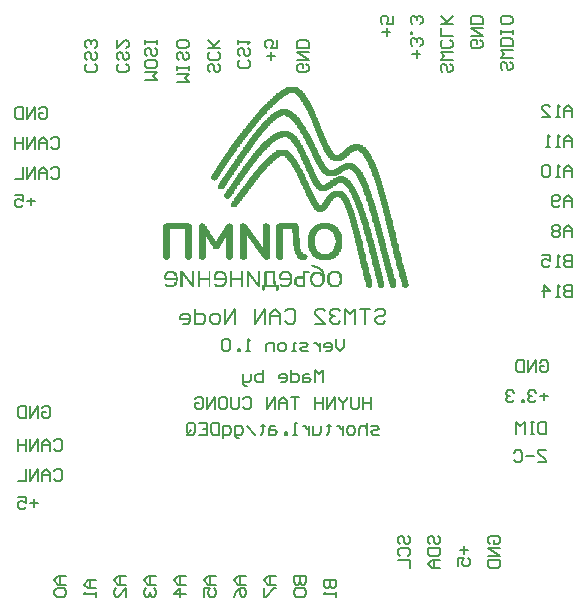
<source format=gbo>
G04*
G04 #@! TF.GenerationSoftware,Altium Limited,Altium Designer,21.6.1 (37)*
G04*
G04 Layer_Color=32896*
%FSTAX23Y23*%
%MOIN*%
G70*
G04*
G04 #@! TF.SameCoordinates,CC8BD2FC-D0AA-4785-96DD-124DC4C7110D*
G04*
G04*
G04 #@! TF.FilePolarity,Positive*
G04*
G01*
G75*
%ADD10C,0.006*%
%ADD18C,0.008*%
G36*
X02005Y02452D02*
X0201D01*
Y0245D01*
X02012D01*
Y02447D01*
X02014D01*
Y02383D01*
Y02381D01*
Y02339D01*
X02012D01*
Y02335D01*
X0201D01*
Y02334D01*
X02009D01*
Y02332D01*
X01997D01*
Y02334D01*
X01995D01*
Y02335D01*
X01994D01*
Y02339D01*
X01992D01*
Y02408D01*
X0199D01*
Y02405D01*
X01988D01*
Y02401D01*
X01987D01*
Y024D01*
X01985D01*
Y02396D01*
X01983D01*
Y02394D01*
X01982D01*
Y02391D01*
X0198D01*
Y02389D01*
X01978D01*
Y02386D01*
X01977D01*
Y02383D01*
X01975D01*
Y02381D01*
X01973D01*
Y02378D01*
X01972D01*
Y02376D01*
X0197D01*
Y02372D01*
X01968D01*
Y02371D01*
X01966D01*
Y02369D01*
X01965D01*
Y02367D01*
X01963D01*
Y02366D01*
X01953D01*
Y02367D01*
X0195D01*
Y02369D01*
X01948D01*
Y02372D01*
X01946D01*
Y02376D01*
X01944D01*
Y02378D01*
X01943D01*
Y02381D01*
X01941D01*
Y02383D01*
X01939D01*
Y02386D01*
X01938D01*
Y02389D01*
X01936D01*
Y02391D01*
X01934D01*
Y02394D01*
X01933D01*
Y02398D01*
X01931D01*
Y024D01*
X01929D01*
Y02403D01*
X01928D01*
Y02405D01*
X01926D01*
Y02408D01*
X01924D01*
Y02339D01*
X01922D01*
Y02335D01*
X01921D01*
Y02334D01*
X01919D01*
Y02332D01*
X01906D01*
Y02334D01*
X01904D01*
Y02335D01*
X01902D01*
Y0234D01*
X019D01*
Y02445D01*
X01902D01*
Y02449D01*
X01904D01*
Y02452D01*
X01909D01*
Y02454D01*
X01914D01*
Y02452D01*
X01919D01*
Y0245D01*
X01921D01*
Y02449D01*
X01922D01*
Y02445D01*
X01924D01*
Y02444D01*
X01926D01*
Y0244D01*
X01928D01*
Y02437D01*
X01929D01*
Y02435D01*
X01931D01*
Y02432D01*
X01933D01*
Y0243D01*
X01934D01*
Y02427D01*
X01936D01*
Y02423D01*
X01938D01*
Y02422D01*
X01939D01*
Y02418D01*
X01941D01*
Y02415D01*
X01943D01*
Y02413D01*
X01944D01*
Y0241D01*
X01946D01*
Y02408D01*
X01948D01*
Y02405D01*
X0195D01*
Y02401D01*
X01951D01*
Y024D01*
X01953D01*
Y02396D01*
X01955D01*
Y02394D01*
X01956D01*
Y02393D01*
X01958D01*
Y02394D01*
X0196D01*
Y02398D01*
X01961D01*
Y02401D01*
X01963D01*
Y02403D01*
X01965D01*
Y02406D01*
X01966D01*
Y02408D01*
X01968D01*
Y02411D01*
X0197D01*
Y02413D01*
X01972D01*
Y02417D01*
X01973D01*
Y0242D01*
X01975D01*
Y02422D01*
X01977D01*
Y02425D01*
X01978D01*
Y02427D01*
X0198D01*
Y0243D01*
X01982D01*
Y02432D01*
X01983D01*
Y02435D01*
X01985D01*
Y02439D01*
X01987D01*
Y0244D01*
X01988D01*
Y02444D01*
X0199D01*
Y02445D01*
X01992D01*
Y02449D01*
X01994D01*
Y0245D01*
X01995D01*
Y02452D01*
X02D01*
Y02454D01*
X02005D01*
Y02452D01*
D02*
G37*
G36*
X02129D02*
X02132D01*
Y0245D01*
X02134D01*
Y02449D01*
X02136D01*
Y02335D01*
X02134D01*
Y02334D01*
X02132D01*
Y02332D01*
X02121D01*
Y02334D01*
X02119D01*
Y02335D01*
X02117D01*
Y02337D01*
X02115D01*
Y02339D01*
X02114D01*
Y0234D01*
X02112D01*
Y02344D01*
X0211D01*
Y02345D01*
X02109D01*
Y02347D01*
X02107D01*
Y0235D01*
X02105D01*
Y02352D01*
X02104D01*
Y02354D01*
X02102D01*
Y02357D01*
X021D01*
Y02359D01*
X02099D01*
Y02362D01*
X02097D01*
Y02364D01*
X02095D01*
Y02366D01*
X02093D01*
Y02369D01*
X02092D01*
Y02371D01*
X0209D01*
Y02372D01*
X02088D01*
Y02376D01*
X02087D01*
Y02378D01*
X02085D01*
Y02379D01*
X02083D01*
Y02383D01*
X02082D01*
Y02384D01*
X0208D01*
Y02388D01*
X02078D01*
Y02389D01*
X02077D01*
Y02391D01*
X02075D01*
Y02394D01*
X02073D01*
Y02396D01*
X02071D01*
Y02398D01*
X0207D01*
Y02401D01*
X02068D01*
Y02403D01*
X02066D01*
Y02405D01*
X02065D01*
Y02408D01*
X02063D01*
Y0241D01*
X02061D01*
Y02413D01*
X0206D01*
Y02335D01*
X02058D01*
Y02334D01*
X02054D01*
Y02332D01*
X02043D01*
Y02334D01*
X02041D01*
Y02335D01*
X02039D01*
Y02339D01*
X02038D01*
Y02447D01*
X02039D01*
Y0245D01*
X02041D01*
Y02452D01*
X02044D01*
Y02454D01*
X02051D01*
Y02452D01*
X02056D01*
Y0245D01*
X02058D01*
Y02449D01*
X0206D01*
Y02445D01*
X02061D01*
Y02444D01*
X02063D01*
Y02442D01*
X02065D01*
Y02439D01*
X02066D01*
Y02437D01*
X02068D01*
Y02433D01*
X0207D01*
Y02432D01*
X02071D01*
Y0243D01*
X02073D01*
Y02427D01*
X02075D01*
Y02425D01*
X02077D01*
Y02423D01*
X02078D01*
Y0242D01*
X0208D01*
Y02418D01*
X02082D01*
Y02415D01*
X02083D01*
Y02413D01*
X02085D01*
Y02411D01*
X02087D01*
Y02408D01*
X02088D01*
Y02406D01*
X0209D01*
Y02403D01*
X02092D01*
Y02401D01*
X02093D01*
Y024D01*
X02095D01*
Y02396D01*
X02097D01*
Y02394D01*
X02099D01*
Y02393D01*
X021D01*
Y02389D01*
X02102D01*
Y02388D01*
X02104D01*
Y02384D01*
X02105D01*
Y02383D01*
X02107D01*
Y02381D01*
X02109D01*
Y02378D01*
X0211D01*
Y02376D01*
X02112D01*
Y02374D01*
X02114D01*
Y02447D01*
X02115D01*
Y0245D01*
X02117D01*
Y02452D01*
X02122D01*
Y02454D01*
X02129D01*
Y02452D01*
D02*
G37*
G36*
X01868D02*
X01873D01*
Y0245D01*
X01875D01*
Y02447D01*
X01877D01*
Y02337D01*
X01875D01*
Y02335D01*
X01873D01*
Y02334D01*
X01872D01*
Y02332D01*
X0186D01*
Y02334D01*
X01856D01*
Y02337D01*
X01855D01*
Y02433D01*
X01804D01*
Y02337D01*
X01802D01*
Y02334D01*
X01799D01*
Y02332D01*
X01787D01*
Y02334D01*
X01785D01*
Y02335D01*
X01784D01*
Y02337D01*
X01782D01*
Y0244D01*
Y02442D01*
Y02447D01*
X01784D01*
Y0245D01*
X01785D01*
Y02452D01*
X0179D01*
Y02454D01*
X01868D01*
Y02452D01*
D02*
G37*
G36*
X02329Y02454D02*
X02339D01*
Y02452D01*
X02344D01*
Y0245D01*
X02347D01*
Y02449D01*
X02351D01*
Y02447D01*
X02354D01*
Y02445D01*
X02356D01*
Y02444D01*
X02359D01*
Y02442D01*
X02361D01*
Y0244D01*
X02363D01*
Y02439D01*
X02364D01*
Y02435D01*
X02366D01*
Y02433D01*
X02368D01*
Y02432D01*
X02369D01*
Y02428D01*
X02371D01*
Y02425D01*
X02373D01*
Y02422D01*
X02374D01*
Y02417D01*
X02376D01*
Y0241D01*
X02378D01*
Y02374D01*
X02376D01*
Y02367D01*
X02374D01*
Y02364D01*
X02373D01*
Y02359D01*
X02371D01*
Y02356D01*
X02369D01*
Y02354D01*
X02368D01*
Y0235D01*
X02366D01*
Y02349D01*
X02364D01*
Y02347D01*
X02363D01*
Y02345D01*
X02361D01*
Y02344D01*
X02359D01*
Y02342D01*
X02358D01*
Y0234D01*
X02356D01*
Y02339D01*
X02352D01*
Y02337D01*
X02351D01*
Y02335D01*
X02346D01*
Y02334D01*
X02342D01*
Y02332D01*
X02336D01*
Y0233D01*
X02307D01*
Y02332D01*
X023D01*
Y02334D01*
X02295D01*
Y02335D01*
X02292D01*
Y02337D01*
X02288D01*
Y02339D01*
X02286D01*
Y0234D01*
X02285D01*
Y02342D01*
X02281D01*
Y02344D01*
X0228D01*
Y02345D01*
X02278D01*
Y02347D01*
X02276D01*
Y0235D01*
X02275D01*
Y02352D01*
X02273D01*
Y02356D01*
X02271D01*
Y02357D01*
X0227D01*
Y02362D01*
X02268D01*
Y02366D01*
X02266D01*
Y02371D01*
X02264D01*
Y02379D01*
X02263D01*
Y02405D01*
X02264D01*
Y02413D01*
X02266D01*
Y02418D01*
X02268D01*
Y02423D01*
X0227D01*
Y02427D01*
X02271D01*
Y0243D01*
X02273D01*
Y02432D01*
X02275D01*
Y02435D01*
X02276D01*
Y02437D01*
X02278D01*
Y02439D01*
X0228D01*
Y0244D01*
X02281D01*
Y02442D01*
X02283D01*
Y02444D01*
X02285D01*
Y02445D01*
X02288D01*
Y02447D01*
X0229D01*
Y02449D01*
X02293D01*
Y0245D01*
X02298D01*
Y02452D01*
X02303D01*
Y02454D01*
X02314D01*
Y02455D01*
X02329D01*
Y02454D01*
D02*
G37*
G36*
X02226Y02452D02*
X02229D01*
Y0245D01*
X02231D01*
Y02449D01*
X02232D01*
Y02444D01*
X02234D01*
Y02403D01*
X02236D01*
Y02384D01*
X02237D01*
Y02374D01*
X02239D01*
Y02366D01*
X02241D01*
Y02361D01*
X02242D01*
Y02357D01*
X02244D01*
Y02356D01*
X02246D01*
Y02354D01*
X02248D01*
Y02352D01*
X02258D01*
Y0235D01*
X02259D01*
Y02349D01*
X02261D01*
Y02344D01*
X02263D01*
Y0234D01*
X02261D01*
Y02335D01*
X02259D01*
Y02334D01*
X02258D01*
Y02332D01*
X02253D01*
Y0233D01*
X02242D01*
Y02332D01*
X02237D01*
Y02334D01*
X02236D01*
Y02335D01*
X02232D01*
Y02337D01*
X02231D01*
Y02339D01*
X02229D01*
Y02342D01*
X02227D01*
Y02344D01*
X02226D01*
Y02347D01*
X02224D01*
Y0235D01*
X02222D01*
Y02354D01*
X0222D01*
Y02361D01*
X02219D01*
Y02369D01*
X02217D01*
Y02379D01*
X02215D01*
Y02393D01*
X02214D01*
Y0242D01*
X02212D01*
Y02433D01*
X02181D01*
Y02345D01*
Y02344D01*
Y02337D01*
X0218D01*
Y02334D01*
X02176D01*
Y02332D01*
X02165D01*
Y02334D01*
X02163D01*
Y02335D01*
X02161D01*
Y02337D01*
X02159D01*
Y02447D01*
X02161D01*
Y0245D01*
X02163D01*
Y02452D01*
X02168D01*
Y02454D01*
X02226D01*
Y02452D01*
D02*
G37*
G36*
X02283Y02313D02*
X02286D01*
Y02312D01*
X02292D01*
Y0231D01*
X02297D01*
Y02308D01*
X023D01*
Y02306D01*
X02303D01*
Y02305D01*
X02307D01*
Y02303D01*
X02308D01*
Y02301D01*
X02312D01*
Y023D01*
X02314D01*
Y02296D01*
X02315D01*
Y02295D01*
X02317D01*
Y02291D01*
X02319D01*
Y02284D01*
X0232D01*
Y02259D01*
X02319D01*
Y02254D01*
X02317D01*
Y02251D01*
X02315D01*
Y02247D01*
X02314D01*
Y02246D01*
X02312D01*
Y02244D01*
X02308D01*
Y02242D01*
X02305D01*
Y0224D01*
X02286D01*
Y02242D01*
X02283D01*
Y02244D01*
X0228D01*
Y02246D01*
X02278D01*
Y02247D01*
X02276D01*
Y02249D01*
X02275D01*
Y02252D01*
X02273D01*
Y02256D01*
X02271D01*
Y02276D01*
X02273D01*
Y02281D01*
X02275D01*
Y02283D01*
X02276D01*
Y02284D01*
X02278D01*
Y02286D01*
X0228D01*
Y02288D01*
X02281D01*
Y0229D01*
X02285D01*
Y02291D01*
X02302D01*
Y0229D01*
X02307D01*
Y02288D01*
X02308D01*
Y02286D01*
X0231D01*
Y02284D01*
X02312D01*
Y02283D01*
X02314D01*
Y02284D01*
X02312D01*
Y0229D01*
X0231D01*
Y02291D01*
X02308D01*
Y02293D01*
X02307D01*
Y02295D01*
X02305D01*
Y02296D01*
X02303D01*
Y02298D01*
X023D01*
Y023D01*
X02297D01*
Y02301D01*
X02293D01*
Y02303D01*
X02288D01*
Y02305D01*
X02283D01*
Y02306D01*
X0228D01*
Y02308D01*
X02276D01*
Y0231D01*
X02275D01*
Y02315D01*
X02283D01*
Y02313D01*
D02*
G37*
G36*
X02048Y02242D02*
X02046D01*
Y0224D01*
X02043D01*
Y02242D01*
X02041D01*
Y02264D01*
X02012D01*
Y02242D01*
X0201D01*
Y0224D01*
X02005D01*
Y02242D01*
X02004D01*
Y02293D01*
X0201D01*
Y02291D01*
X02012D01*
Y02271D01*
X02041D01*
Y02283D01*
Y02284D01*
Y02293D01*
X02048D01*
Y02242D01*
D02*
G37*
G36*
X01939D02*
X01938D01*
Y0224D01*
X01934D01*
Y02242D01*
X01933D01*
Y02264D01*
X01904D01*
Y02242D01*
X01902D01*
Y0224D01*
X01899D01*
Y02242D01*
X01897D01*
Y02293D01*
X01904D01*
Y02271D01*
X01933D01*
Y02293D01*
X01939D01*
Y02242D01*
D02*
G37*
G36*
X02104D02*
X02102D01*
Y0224D01*
X021D01*
Y02242D01*
X02097D01*
Y02244D01*
X02095D01*
Y02246D01*
X02093D01*
Y02247D01*
X02092D01*
Y02251D01*
X0209D01*
Y02252D01*
X02088D01*
Y02254D01*
X02087D01*
Y02256D01*
X02085D01*
Y02259D01*
X02083D01*
Y02261D01*
X02082D01*
Y02262D01*
X0208D01*
Y02266D01*
X02078D01*
Y02268D01*
X02077D01*
Y02269D01*
X02075D01*
Y02271D01*
X02073D01*
Y02274D01*
X02071D01*
Y02276D01*
X0207D01*
Y02278D01*
X02068D01*
Y02244D01*
X02066D01*
Y02242D01*
X02065D01*
Y0224D01*
X02061D01*
Y02242D01*
X0206D01*
Y02293D01*
X02068D01*
Y0229D01*
X0207D01*
Y02288D01*
X02071D01*
Y02286D01*
X02073D01*
Y02284D01*
X02075D01*
Y02283D01*
Y02281D01*
X02077D01*
Y02279D01*
X02078D01*
Y02278D01*
X0208D01*
Y02274D01*
X02082D01*
Y02273D01*
X02083D01*
Y02271D01*
X02085D01*
Y02269D01*
X02087D01*
Y02266D01*
X02088D01*
Y02264D01*
X0209D01*
Y02262D01*
X02092D01*
Y02259D01*
X02093D01*
Y02257D01*
X02095D01*
Y02256D01*
X02097D01*
Y02293D01*
X02104D01*
Y02242D01*
D02*
G37*
G36*
X01883Y02291D02*
X01885D01*
Y02244D01*
X01883D01*
Y02242D01*
X01882D01*
Y0224D01*
X0188D01*
Y02242D01*
X01877D01*
Y02244D01*
X01875D01*
Y02246D01*
X01873D01*
Y02249D01*
X01872D01*
Y02251D01*
X0187D01*
Y02252D01*
X01868D01*
Y02254D01*
X01867D01*
Y02257D01*
X01865D01*
Y02259D01*
X01863D01*
Y02261D01*
X01861D01*
Y02262D01*
X0186D01*
Y02266D01*
X01858D01*
Y02268D01*
X01856D01*
Y02269D01*
X01855D01*
Y02273D01*
X01853D01*
Y02274D01*
X01851D01*
Y02276D01*
X0185D01*
Y02278D01*
X01848D01*
Y02242D01*
X01846D01*
Y0224D01*
X01841D01*
Y02242D01*
X01839D01*
Y02251D01*
Y02252D01*
Y02293D01*
X01848D01*
Y02291D01*
X0185D01*
Y02288D01*
X01851D01*
Y02286D01*
X01853D01*
Y02284D01*
X01855D01*
Y02281D01*
X01856D01*
Y02279D01*
X01858D01*
Y02278D01*
X0186D01*
Y02276D01*
X01861D01*
Y02273D01*
X01863D01*
Y02271D01*
X01865D01*
Y02269D01*
X01867D01*
Y02266D01*
X01868D01*
Y02264D01*
X0187D01*
Y02262D01*
X01872D01*
Y02261D01*
X01873D01*
Y02257D01*
X01875D01*
Y02256D01*
X01877D01*
Y02293D01*
X01883D01*
Y02291D01*
D02*
G37*
G36*
X02197Y02293D02*
X022D01*
Y02291D01*
X02203D01*
Y0229D01*
X02205D01*
Y02288D01*
X02207D01*
Y02284D01*
X02209D01*
Y02283D01*
X0221D01*
Y02278D01*
X02212D01*
Y02276D01*
Y02256D01*
X0221D01*
Y02251D01*
X02209D01*
Y02249D01*
X02207D01*
Y02246D01*
X02203D01*
Y02244D01*
X02202D01*
Y02242D01*
X02197D01*
Y0224D01*
X02178D01*
Y02242D01*
X02173D01*
Y02244D01*
X02171D01*
Y02247D01*
X0217D01*
Y02251D01*
X02176D01*
Y02249D01*
X02181D01*
Y02247D01*
X02193D01*
Y02249D01*
X02197D01*
Y02251D01*
X02198D01*
Y02252D01*
X022D01*
Y02254D01*
X02202D01*
Y02256D01*
X02203D01*
Y02261D01*
X02205D01*
Y02264D01*
X0217D01*
Y02266D01*
X02168D01*
Y02283D01*
X0217D01*
Y02286D01*
X02171D01*
Y02288D01*
X02173D01*
Y0229D01*
X02175D01*
Y02291D01*
X02176D01*
Y02293D01*
X0218D01*
Y02295D01*
X02197D01*
Y02293D01*
D02*
G37*
G36*
X01978D02*
X01982D01*
Y02291D01*
X01985D01*
Y0229D01*
X01987D01*
Y02288D01*
X01988D01*
Y02286D01*
X0199D01*
Y02283D01*
X01992D01*
Y02279D01*
X01994D01*
Y02273D01*
X01995D01*
Y02261D01*
X01994D01*
Y02254D01*
X01992D01*
Y02251D01*
X0199D01*
Y02247D01*
X01988D01*
Y02246D01*
X01987D01*
Y02244D01*
X01983D01*
Y02242D01*
X0198D01*
Y0224D01*
X0196D01*
Y02242D01*
X01955D01*
Y02244D01*
X01953D01*
Y02247D01*
X01951D01*
Y02251D01*
X0196D01*
Y02249D01*
X01965D01*
Y02247D01*
X01975D01*
Y02249D01*
X01978D01*
Y02251D01*
X01982D01*
Y02252D01*
X01983D01*
Y02254D01*
Y02256D01*
X01985D01*
Y02259D01*
X01987D01*
Y02264D01*
X01951D01*
Y02268D01*
X0195D01*
Y02281D01*
X01951D01*
Y02284D01*
X01953D01*
Y02288D01*
X01955D01*
Y0229D01*
X01956D01*
Y02291D01*
X01958D01*
Y02293D01*
X01963D01*
Y02295D01*
X01978D01*
Y02293D01*
D02*
G37*
G36*
X01814D02*
X01817D01*
Y02291D01*
X01821D01*
Y0229D01*
X01823D01*
Y02288D01*
X01824D01*
Y02286D01*
X01826D01*
Y02283D01*
X01828D01*
Y02279D01*
X01829D01*
Y02273D01*
X01831D01*
Y02261D01*
X01829D01*
Y02254D01*
X01828D01*
Y02251D01*
X01826D01*
Y02247D01*
X01824D01*
Y02246D01*
X01823D01*
Y02244D01*
X01819D01*
Y02242D01*
X01816D01*
Y0224D01*
X01795D01*
Y02242D01*
X0179D01*
Y02244D01*
X01789D01*
Y02251D01*
X01795D01*
Y02249D01*
X01801D01*
Y02247D01*
X01811D01*
Y02249D01*
X01816D01*
Y02251D01*
X01817D01*
Y02252D01*
X01819D01*
Y02256D01*
X01821D01*
Y02259D01*
X01823D01*
Y02264D01*
X01787D01*
Y02268D01*
X01785D01*
Y02281D01*
X01787D01*
Y02284D01*
X01789D01*
Y02288D01*
X0179D01*
Y0229D01*
X01792D01*
Y02291D01*
X01794D01*
Y02293D01*
X01799D01*
Y02295D01*
X01814D01*
Y02293D01*
D02*
G37*
G36*
X02361D02*
X02366D01*
Y02291D01*
X02368D01*
Y0229D01*
X02371D01*
Y02288D01*
X02373D01*
Y02284D01*
X02374D01*
Y02283D01*
X02376D01*
Y02278D01*
X02378D01*
Y02257D01*
X02376D01*
Y02252D01*
X02374D01*
Y02251D01*
X02373D01*
Y02247D01*
X02371D01*
Y02246D01*
X02369D01*
Y02244D01*
X02366D01*
Y02242D01*
X02363D01*
Y0224D01*
X02344D01*
Y02242D01*
X02339D01*
Y02244D01*
X02337D01*
Y02246D01*
X02336D01*
Y02247D01*
X02334D01*
Y02249D01*
X02332D01*
Y02251D01*
X0233D01*
Y02254D01*
X02329D01*
Y02261D01*
X02327D01*
Y02274D01*
X02329D01*
Y02281D01*
X0233D01*
Y02284D01*
X02332D01*
Y02286D01*
X02334D01*
Y02288D01*
X02336D01*
Y0229D01*
X02337D01*
Y02291D01*
X02341D01*
Y02293D01*
X02344D01*
Y02295D01*
X02361D01*
Y02293D01*
D02*
G37*
G36*
X02268Y02291D02*
X0227D01*
Y02288D01*
X02268D01*
Y02286D01*
X02254D01*
Y02242D01*
X02251D01*
Y0224D01*
X02232D01*
Y02242D01*
X02226D01*
Y02244D01*
X02224D01*
Y02246D01*
X02222D01*
Y02247D01*
X0222D01*
Y02249D01*
X02219D01*
Y02252D01*
X02217D01*
Y02266D01*
X02219D01*
Y02269D01*
X0222D01*
Y02271D01*
X02222D01*
Y02273D01*
X02224D01*
Y02274D01*
X02229D01*
Y02276D01*
X02248D01*
Y02293D01*
X02268D01*
Y02291D01*
D02*
G37*
G36*
X02222Y02908D02*
X02227D01*
Y02906D01*
X02231D01*
Y02904D01*
X02234D01*
Y02902D01*
X02236D01*
Y02901D01*
X02239D01*
Y02899D01*
X02241D01*
Y02897D01*
X02242D01*
Y02896D01*
X02244D01*
Y02894D01*
X02246D01*
Y02892D01*
X02248D01*
Y02891D01*
X02249D01*
Y02887D01*
X02251D01*
Y02886D01*
X02253D01*
Y02884D01*
X02254D01*
Y02882D01*
X02256D01*
Y02879D01*
X02258D01*
Y02877D01*
X02259D01*
Y02874D01*
X02261D01*
Y02872D01*
X02263D01*
Y02869D01*
X02264D01*
Y02865D01*
X02266D01*
Y02863D01*
X02268D01*
Y0286D01*
X0227D01*
Y02857D01*
X02271D01*
Y02853D01*
X02273D01*
Y0285D01*
X02275D01*
Y02847D01*
X02276D01*
Y02843D01*
X02278D01*
Y0284D01*
X0228D01*
Y02836D01*
X02281D01*
Y02833D01*
X02283D01*
Y0283D01*
X02285D01*
Y02826D01*
X02286D01*
Y02821D01*
X02288D01*
Y02818D01*
X0229D01*
Y02814D01*
X02292D01*
Y02809D01*
X02293D01*
Y02806D01*
X02295D01*
Y02803D01*
X02297D01*
Y02797D01*
X02298D01*
Y02794D01*
X023D01*
Y02789D01*
X02302D01*
Y02786D01*
X02303D01*
Y02782D01*
X02305D01*
Y02777D01*
X02307D01*
Y02774D01*
X02308D01*
Y02769D01*
X0231D01*
Y02765D01*
X02312D01*
Y0276D01*
X02314D01*
Y02757D01*
X02315D01*
Y02753D01*
X02317D01*
Y02748D01*
X02319D01*
Y02745D01*
X0232D01*
Y0274D01*
X02322D01*
Y02737D01*
X02324D01*
Y02733D01*
X02325D01*
Y0273D01*
X02327D01*
Y02725D01*
X02329D01*
Y02721D01*
X0233D01*
Y02718D01*
X02332D01*
Y02714D01*
X02334D01*
Y02711D01*
X02336D01*
Y02708D01*
X02337D01*
Y02704D01*
X02339D01*
Y02703D01*
X02341D01*
Y02699D01*
X02342D01*
Y02696D01*
X02344D01*
Y02694D01*
X02346D01*
Y02691D01*
X02347D01*
Y02689D01*
X02349D01*
Y02687D01*
X02351D01*
Y02686D01*
X02352D01*
Y02684D01*
X02354D01*
Y02682D01*
X02366D01*
Y02684D01*
X02371D01*
Y02686D01*
X02374D01*
Y02687D01*
X02376D01*
Y02689D01*
X02378D01*
Y02691D01*
X0238D01*
Y02692D01*
X02381D01*
Y02694D01*
X02383D01*
Y02696D01*
X02385D01*
Y02698D01*
X02386D01*
Y02699D01*
X02388D01*
Y02701D01*
X0239D01*
Y02703D01*
X02391D01*
Y02704D01*
X02393D01*
Y02706D01*
X02397D01*
Y02708D01*
X02398D01*
Y02709D01*
X02402D01*
Y02711D01*
X02405D01*
Y02713D01*
X02408D01*
Y02714D01*
X02415D01*
Y02716D01*
X02437D01*
Y02714D01*
X02442D01*
Y02713D01*
X02446D01*
Y02711D01*
X02449D01*
Y02709D01*
X02452D01*
Y02708D01*
X02454D01*
Y02706D01*
X02456D01*
Y02704D01*
X02457D01*
Y02703D01*
X02459D01*
Y02701D01*
X02461D01*
Y02699D01*
X02463D01*
Y02698D01*
X02464D01*
Y02694D01*
X02466D01*
Y02692D01*
X02468D01*
Y02691D01*
X02469D01*
Y02687D01*
X02471D01*
Y02684D01*
X02473D01*
Y02682D01*
X02474D01*
Y02679D01*
X02476D01*
Y02676D01*
X02478D01*
Y02672D01*
X02479D01*
Y02669D01*
X02481D01*
Y02665D01*
X02483D01*
Y02662D01*
X02485D01*
Y02657D01*
X02486D01*
Y02654D01*
X02488D01*
Y0265D01*
X0249D01*
Y02645D01*
X02491D01*
Y02642D01*
X02493D01*
Y02637D01*
X02495D01*
Y02633D01*
X02496D01*
Y02628D01*
X02498D01*
Y02623D01*
X025D01*
Y02618D01*
X02501D01*
Y02613D01*
X02503D01*
Y0261D01*
X02505D01*
Y02604D01*
X02507D01*
Y02598D01*
X02508D01*
Y02593D01*
X0251D01*
Y02588D01*
X02512D01*
Y02582D01*
X02513D01*
Y02577D01*
X02515D01*
Y02571D01*
X02517D01*
Y02566D01*
X02518D01*
Y02559D01*
X0252D01*
Y02554D01*
X02522D01*
Y02549D01*
X02523D01*
Y02542D01*
X02525D01*
Y02535D01*
X02527D01*
Y0253D01*
X02529D01*
Y02523D01*
X0253D01*
Y02516D01*
X02532D01*
Y02511D01*
X02534D01*
Y02505D01*
X02535D01*
Y02498D01*
X02537D01*
Y02491D01*
X02539D01*
Y02484D01*
X0254D01*
Y02477D01*
X02542D01*
Y02471D01*
X02544D01*
Y02464D01*
X02546D01*
Y02457D01*
X02547D01*
Y0245D01*
X02549D01*
Y02444D01*
X02551D01*
Y02437D01*
X02552D01*
Y0243D01*
X02554D01*
Y02423D01*
X02556D01*
Y02417D01*
X02557D01*
Y0241D01*
X02559D01*
Y02403D01*
X02561D01*
Y02396D01*
X02562D01*
Y02389D01*
X02564D01*
Y02383D01*
X02566D01*
Y02376D01*
X02568D01*
Y02369D01*
X02569D01*
Y02361D01*
X02571D01*
Y02354D01*
X02573D01*
Y02347D01*
X02574D01*
Y0234D01*
X02576D01*
Y02335D01*
X02578D01*
Y02328D01*
X02579D01*
Y02322D01*
X02581D01*
Y02315D01*
X02583D01*
Y02308D01*
X02584D01*
Y02301D01*
X02586D01*
Y02296D01*
X02588D01*
Y0229D01*
X0259D01*
Y02283D01*
X02591D01*
Y02278D01*
X02593D01*
Y02271D01*
X02595D01*
Y02264D01*
X02596D01*
Y02259D01*
X02598D01*
Y02252D01*
X026D01*
Y02244D01*
X02598D01*
Y02242D01*
X02596D01*
Y0224D01*
X02595D01*
Y02239D01*
X02583D01*
Y0224D01*
X02581D01*
Y02242D01*
X02579D01*
Y02244D01*
X02578D01*
Y02251D01*
X02576D01*
Y02256D01*
X02574D01*
Y02262D01*
X02573D01*
Y02268D01*
X02571D01*
Y02274D01*
X02569D01*
Y02279D01*
X02568D01*
Y02286D01*
X02566D01*
Y02293D01*
X02564D01*
Y023D01*
X02562D01*
Y02305D01*
X02561D01*
Y02312D01*
X02559D01*
Y02318D01*
X02557D01*
Y02325D01*
X02556D01*
Y02332D01*
X02554D01*
Y02339D01*
X02552D01*
Y02345D01*
X02551D01*
Y02352D01*
X02549D01*
Y02359D01*
X02547D01*
Y02366D01*
X02546D01*
Y02372D01*
X02544D01*
Y02379D01*
X02542D01*
Y02386D01*
X0254D01*
Y02393D01*
X02539D01*
Y024D01*
X02537D01*
Y02406D01*
X02535D01*
Y02413D01*
X02534D01*
Y0242D01*
X02532D01*
Y02428D01*
X0253D01*
Y02435D01*
X02529D01*
Y02442D01*
X02527D01*
Y02449D01*
X02525D01*
Y02455D01*
X02523D01*
Y02462D01*
X02522D01*
Y02469D01*
X0252D01*
Y02476D01*
X02518D01*
Y02483D01*
X02517D01*
Y02489D01*
X02515D01*
Y02496D01*
X02513D01*
Y02503D01*
X02512D01*
Y02508D01*
X0251D01*
Y02515D01*
X02508D01*
Y02521D01*
X02507D01*
Y02528D01*
X02505D01*
Y02535D01*
X02503D01*
Y0254D01*
X02501D01*
Y02547D01*
X025D01*
Y02552D01*
X02498D01*
Y02559D01*
X02496D01*
Y02564D01*
X02495D01*
Y02571D01*
X02493D01*
Y02576D01*
X02491D01*
Y02581D01*
X0249D01*
Y02586D01*
X02488D01*
Y02591D01*
X02486D01*
Y02596D01*
X02485D01*
Y02601D01*
X02483D01*
Y02606D01*
X02481D01*
Y02611D01*
X02479D01*
Y02616D01*
X02478D01*
Y0262D01*
X02476D01*
Y02625D01*
X02474D01*
Y02628D01*
X02473D01*
Y02633D01*
X02471D01*
Y02637D01*
X02469D01*
Y02642D01*
X02468D01*
Y02645D01*
X02466D01*
Y02648D01*
X02464D01*
Y02652D01*
X02463D01*
Y02657D01*
X02461D01*
Y0266D01*
X02459D01*
Y02662D01*
X02457D01*
Y02665D01*
X02456D01*
Y02669D01*
X02454D01*
Y02672D01*
X02452D01*
Y02674D01*
X02451D01*
Y02677D01*
X02449D01*
Y02679D01*
X02447D01*
Y02682D01*
X02446D01*
Y02684D01*
X02444D01*
Y02686D01*
X02442D01*
Y02687D01*
X02441D01*
Y02689D01*
X02439D01*
Y02691D01*
X02437D01*
Y02692D01*
X02435D01*
Y02694D01*
X0243D01*
Y02696D01*
X02427D01*
Y02694D01*
X02419D01*
Y02692D01*
X02413D01*
Y02691D01*
X02412D01*
Y02689D01*
X02408D01*
Y02687D01*
X02407D01*
Y02686D01*
X02405D01*
Y02684D01*
X02403D01*
Y02682D01*
X02402D01*
Y02681D01*
X024D01*
Y02679D01*
X02398D01*
Y02677D01*
X02397D01*
Y02676D01*
X02395D01*
Y02674D01*
X02393D01*
Y02672D01*
X02391D01*
Y0267D01*
X02388D01*
Y02669D01*
X02386D01*
Y02667D01*
X02383D01*
Y02665D01*
X0238D01*
Y02664D01*
X02376D01*
Y02662D01*
X02369D01*
Y0266D01*
X02351D01*
Y02662D01*
X02346D01*
Y02664D01*
X02342D01*
Y02665D01*
X02339D01*
Y02667D01*
X02337D01*
Y02669D01*
X02336D01*
Y0267D01*
X02334D01*
Y02672D01*
X02332D01*
Y02674D01*
X0233D01*
Y02677D01*
X02329D01*
Y02679D01*
X02327D01*
Y02681D01*
X02325D01*
Y02684D01*
X02324D01*
Y02686D01*
X02322D01*
Y02689D01*
X0232D01*
Y02692D01*
X02319D01*
Y02696D01*
X02317D01*
Y02698D01*
X02315D01*
Y02701D01*
X02314D01*
Y02706D01*
X02312D01*
Y02709D01*
X0231D01*
Y02713D01*
X02308D01*
Y02716D01*
X02307D01*
Y02721D01*
X02305D01*
Y02725D01*
X02303D01*
Y02728D01*
X02302D01*
Y02731D01*
X023D01*
Y02737D01*
X02298D01*
Y0274D01*
X02297D01*
Y02745D01*
X02295D01*
Y02748D01*
X02293D01*
Y02753D01*
X02292D01*
Y02757D01*
X0229D01*
Y02762D01*
X02288D01*
Y02765D01*
X02286D01*
Y0277D01*
X02285D01*
Y02774D01*
X02283D01*
Y02779D01*
X02281D01*
Y02782D01*
X0228D01*
Y02787D01*
X02278D01*
Y02791D01*
X02276D01*
Y02796D01*
X02275D01*
Y02799D01*
X02273D01*
Y02803D01*
X02271D01*
Y02808D01*
X0227D01*
Y02811D01*
X02268D01*
Y02814D01*
X02266D01*
Y02818D01*
X02264D01*
Y02821D01*
X02263D01*
Y02826D01*
X02261D01*
Y0283D01*
X02259D01*
Y02833D01*
X02258D01*
Y02836D01*
X02256D01*
Y02838D01*
X02254D01*
Y02841D01*
X02253D01*
Y02845D01*
X02251D01*
Y02848D01*
X02249D01*
Y02852D01*
X02248D01*
Y02853D01*
X02246D01*
Y02857D01*
X02244D01*
Y02858D01*
X02242D01*
Y02862D01*
X02241D01*
Y02865D01*
X02239D01*
Y02867D01*
X02237D01*
Y02869D01*
X02236D01*
Y02872D01*
X02234D01*
Y02874D01*
X02232D01*
Y02875D01*
X02231D01*
Y02877D01*
X02229D01*
Y02879D01*
X02227D01*
Y0288D01*
X02226D01*
Y02882D01*
X02224D01*
Y02884D01*
X0222D01*
Y02886D01*
X02219D01*
Y02887D01*
X02205D01*
Y02886D01*
X022D01*
Y02884D01*
X02197D01*
Y02882D01*
X02193D01*
Y0288D01*
X0219D01*
Y02879D01*
X02188D01*
Y02877D01*
X02185D01*
Y02875D01*
X02183D01*
Y02874D01*
X0218D01*
Y02872D01*
X02178D01*
Y0287D01*
X02176D01*
Y02869D01*
X02175D01*
Y02867D01*
X02171D01*
Y02865D01*
X0217D01*
Y02863D01*
X02168D01*
Y02862D01*
X02166D01*
Y0286D01*
X02165D01*
Y02858D01*
X02163D01*
Y02857D01*
X02161D01*
Y02855D01*
X02159D01*
Y02853D01*
X02158D01*
Y02852D01*
X02154D01*
Y0285D01*
X02153D01*
Y02848D01*
X02151D01*
Y02847D01*
X02149D01*
Y02845D01*
X02148D01*
Y02843D01*
X02146D01*
Y02841D01*
X02144D01*
Y0284D01*
X02143D01*
Y02838D01*
X02141D01*
Y02836D01*
X02139D01*
Y02835D01*
X02137D01*
Y02833D01*
X02136D01*
Y02831D01*
X02134D01*
Y0283D01*
X02132D01*
Y02828D01*
X02131D01*
Y02826D01*
X02129D01*
Y02825D01*
X02127D01*
Y02823D01*
X02126D01*
Y02819D01*
X02124D01*
Y02818D01*
X02122D01*
Y02816D01*
X02121D01*
Y02814D01*
X02119D01*
Y02813D01*
X02117D01*
Y02811D01*
X02115D01*
Y02809D01*
X02114D01*
Y02808D01*
X02112D01*
Y02806D01*
X0211D01*
Y02803D01*
X02109D01*
Y02801D01*
X02107D01*
Y02799D01*
X02105D01*
Y02797D01*
X02104D01*
Y02796D01*
X02102D01*
Y02794D01*
X021D01*
Y02791D01*
X02099D01*
Y02789D01*
X02097D01*
Y02787D01*
X02095D01*
Y02786D01*
X02093D01*
Y02784D01*
X02092D01*
Y02781D01*
X0209D01*
Y02779D01*
X02088D01*
Y02777D01*
X02087D01*
Y02775D01*
X02085D01*
Y02774D01*
X02083D01*
Y0277D01*
X02082D01*
Y02769D01*
X0208D01*
Y02767D01*
X02078D01*
Y02765D01*
X02077D01*
Y02762D01*
X02075D01*
Y0276D01*
X02073D01*
Y02759D01*
X02071D01*
Y02757D01*
X0207D01*
Y02753D01*
X02068D01*
Y02752D01*
X02066D01*
Y0275D01*
X02065D01*
Y02747D01*
X02063D01*
Y02745D01*
X02061D01*
Y02743D01*
X0206D01*
Y0274D01*
X02058D01*
Y02738D01*
X02056D01*
Y02737D01*
X02054D01*
Y02735D01*
X02053D01*
Y02731D01*
X02051D01*
Y0273D01*
X02049D01*
Y02728D01*
X02048D01*
Y02725D01*
X02046D01*
Y02723D01*
X02044D01*
Y02721D01*
X02043D01*
Y02718D01*
X02041D01*
Y02716D01*
X02039D01*
Y02713D01*
X02038D01*
Y02711D01*
X02036D01*
Y02709D01*
X02034D01*
Y02706D01*
X02032D01*
Y02704D01*
X02031D01*
Y02703D01*
X02029D01*
Y02699D01*
X02027D01*
Y02698D01*
X02026D01*
Y02694D01*
X02024D01*
Y02692D01*
X02022D01*
Y02691D01*
X02021D01*
Y02687D01*
X02019D01*
Y02686D01*
X02017D01*
Y02682D01*
X02016D01*
Y02681D01*
X02014D01*
Y02679D01*
X02012D01*
Y02676D01*
X0201D01*
Y02674D01*
X02009D01*
Y0267D01*
X02007D01*
Y02669D01*
X02005D01*
Y02665D01*
X02004D01*
Y02664D01*
X02002D01*
Y0266D01*
X02D01*
Y02659D01*
X01999D01*
Y02655D01*
X01997D01*
Y02654D01*
X01995D01*
Y0265D01*
X01994D01*
Y02648D01*
X01992D01*
Y02645D01*
X0199D01*
Y02643D01*
X01988D01*
Y0264D01*
X01987D01*
Y02638D01*
X01985D01*
Y02635D01*
X01983D01*
Y02633D01*
X01982D01*
Y0263D01*
X0198D01*
Y02628D01*
X01978D01*
Y02625D01*
X01977D01*
Y02623D01*
X01975D01*
Y0262D01*
X01973D01*
Y02618D01*
X01972D01*
Y02615D01*
X0197D01*
Y02611D01*
X01968D01*
Y0261D01*
X01966D01*
Y02606D01*
X01965D01*
Y02604D01*
X01963D01*
Y02601D01*
X01961D01*
Y02599D01*
X0196D01*
Y02598D01*
X01958D01*
Y02596D01*
X01955D01*
Y02594D01*
X01951D01*
Y02596D01*
X01946D01*
Y02598D01*
X01944D01*
Y02599D01*
X01943D01*
Y02601D01*
X01941D01*
Y02611D01*
X01943D01*
Y02613D01*
X01944D01*
Y02616D01*
X01946D01*
Y02618D01*
X01948D01*
Y02621D01*
X0195D01*
Y02625D01*
X01951D01*
Y02626D01*
X01953D01*
Y0263D01*
X01955D01*
Y02632D01*
X01956D01*
Y02635D01*
X01958D01*
Y02637D01*
X0196D01*
Y0264D01*
X01961D01*
Y02643D01*
X01963D01*
Y02645D01*
X01965D01*
Y02648D01*
X01966D01*
Y0265D01*
X01968D01*
Y02654D01*
X0197D01*
Y02655D01*
X01972D01*
Y02659D01*
X01973D01*
Y0266D01*
X01975D01*
Y02664D01*
X01977D01*
Y02665D01*
X01978D01*
Y02669D01*
X0198D01*
Y0267D01*
X01982D01*
Y02674D01*
X01983D01*
Y02676D01*
X01985D01*
Y02679D01*
X01987D01*
Y02681D01*
X01988D01*
Y02684D01*
X0199D01*
Y02686D01*
X01992D01*
Y02687D01*
X01994D01*
Y02691D01*
X01995D01*
Y02692D01*
X01997D01*
Y02696D01*
X01999D01*
Y02698D01*
X02D01*
Y02701D01*
X02002D01*
Y02703D01*
X02004D01*
Y02704D01*
X02005D01*
Y02708D01*
X02007D01*
Y02709D01*
X02009D01*
Y02713D01*
X0201D01*
Y02714D01*
X02012D01*
Y02716D01*
X02014D01*
Y0272D01*
X02016D01*
Y02721D01*
X02017D01*
Y02723D01*
X02019D01*
Y02726D01*
X02021D01*
Y02728D01*
X02022D01*
Y02731D01*
X02024D01*
Y02733D01*
X02026D01*
Y02735D01*
X02027D01*
Y02738D01*
X02029D01*
Y0274D01*
X02031D01*
Y02742D01*
X02032D01*
Y02745D01*
X02034D01*
Y02747D01*
X02036D01*
Y02748D01*
X02038D01*
Y02752D01*
X02039D01*
Y02753D01*
X02041D01*
Y02755D01*
X02043D01*
Y02757D01*
X02044D01*
Y0276D01*
X02046D01*
Y02762D01*
X02048D01*
Y02764D01*
X02049D01*
Y02767D01*
X02051D01*
Y02769D01*
X02053D01*
Y0277D01*
X02054D01*
Y02772D01*
X02056D01*
Y02775D01*
X02058D01*
Y02777D01*
X0206D01*
Y02779D01*
X02061D01*
Y02781D01*
X02063D01*
Y02784D01*
X02065D01*
Y02786D01*
X02066D01*
Y02787D01*
X02068D01*
Y02789D01*
X0207D01*
Y02791D01*
X02071D01*
Y02794D01*
X02073D01*
Y02796D01*
X02075D01*
Y02797D01*
X02077D01*
Y02799D01*
X02078D01*
Y02801D01*
X0208D01*
Y02804D01*
X02082D01*
Y02806D01*
X02083D01*
Y02808D01*
X02085D01*
Y02809D01*
X02087D01*
Y02811D01*
X02088D01*
Y02813D01*
X0209D01*
Y02816D01*
X02092D01*
Y02818D01*
X02093D01*
Y02819D01*
X02095D01*
Y02821D01*
X02097D01*
Y02823D01*
X02099D01*
Y02825D01*
X021D01*
Y02826D01*
X02102D01*
Y0283D01*
X02104D01*
Y02831D01*
X02105D01*
Y02833D01*
X02107D01*
Y02835D01*
X02109D01*
Y02836D01*
X0211D01*
Y02838D01*
X02112D01*
Y0284D01*
X02114D01*
Y02841D01*
X02115D01*
Y02843D01*
X02117D01*
Y02845D01*
X02119D01*
Y02847D01*
X02121D01*
Y02848D01*
X02122D01*
Y0285D01*
X02124D01*
Y02852D01*
X02126D01*
Y02853D01*
X02127D01*
Y02855D01*
X02129D01*
Y02857D01*
X02131D01*
Y02858D01*
X02132D01*
Y0286D01*
X02134D01*
Y02862D01*
X02136D01*
Y02863D01*
X02137D01*
Y02865D01*
X02139D01*
Y02867D01*
X02141D01*
Y02869D01*
X02143D01*
Y0287D01*
X02144D01*
Y02872D01*
X02146D01*
Y02874D01*
X02148D01*
Y02875D01*
X02149D01*
Y02877D01*
X02153D01*
Y02879D01*
X02154D01*
Y0288D01*
X02156D01*
Y02882D01*
X02158D01*
Y02884D01*
X02159D01*
Y02886D01*
X02163D01*
Y02887D01*
X02165D01*
Y02889D01*
X02166D01*
Y02891D01*
X0217D01*
Y02892D01*
X02171D01*
Y02894D01*
X02173D01*
Y02896D01*
X02176D01*
Y02897D01*
X02178D01*
Y02899D01*
X02181D01*
Y02901D01*
X02185D01*
Y02902D01*
X02188D01*
Y02904D01*
X02192D01*
Y02906D01*
X02195D01*
Y02908D01*
X022D01*
Y02909D01*
X02222D01*
Y02908D01*
D02*
G37*
G36*
X02187Y02833D02*
X02197D01*
Y02831D01*
X022D01*
Y0283D01*
X02205D01*
Y02828D01*
X02207D01*
Y02826D01*
X0221D01*
Y02825D01*
X02214D01*
Y02823D01*
X02215D01*
Y02821D01*
X02217D01*
Y02819D01*
X0222D01*
Y02818D01*
X02222D01*
Y02816D01*
X02224D01*
Y02814D01*
X02226D01*
Y02813D01*
X02227D01*
Y02811D01*
X02229D01*
Y02809D01*
X02231D01*
Y02808D01*
X02232D01*
Y02806D01*
X02234D01*
Y02803D01*
X02236D01*
Y02801D01*
X02237D01*
Y02799D01*
X02239D01*
Y02797D01*
X02241D01*
Y02794D01*
X02242D01*
Y02792D01*
X02244D01*
Y02789D01*
X02246D01*
Y02787D01*
X02248D01*
Y02786D01*
X02249D01*
Y02782D01*
X02251D01*
Y02779D01*
X02253D01*
Y02777D01*
X02254D01*
Y02774D01*
X02256D01*
Y0277D01*
X02258D01*
Y02769D01*
X02259D01*
Y02765D01*
X02261D01*
Y02762D01*
X02263D01*
Y02759D01*
X02264D01*
Y02755D01*
X02266D01*
Y02753D01*
X02268D01*
Y0275D01*
X0227D01*
Y02747D01*
X02271D01*
Y02743D01*
X02273D01*
Y0274D01*
X02275D01*
Y02737D01*
X02276D01*
Y02733D01*
X02278D01*
Y0273D01*
X0228D01*
Y02726D01*
X02281D01*
Y02723D01*
X02283D01*
Y0272D01*
X02285D01*
Y02716D01*
X02286D01*
Y02713D01*
X02288D01*
Y02709D01*
X0229D01*
Y02706D01*
X02292D01*
Y02703D01*
X02293D01*
Y02699D01*
X02295D01*
Y02696D01*
X02297D01*
Y02692D01*
X02298D01*
Y02689D01*
X023D01*
Y02686D01*
X02302D01*
Y02682D01*
X02303D01*
Y02679D01*
X02305D01*
Y02676D01*
X02307D01*
Y02672D01*
X02308D01*
Y02669D01*
X0231D01*
Y02665D01*
X02312D01*
Y02662D01*
X02314D01*
Y02659D01*
X02315D01*
Y02657D01*
X02317D01*
Y02654D01*
X02319D01*
Y0265D01*
X0232D01*
Y02648D01*
X02322D01*
Y02645D01*
X02324D01*
Y02643D01*
X02325D01*
Y0264D01*
X02327D01*
Y02638D01*
X02329D01*
Y02637D01*
X0233D01*
Y02635D01*
X02332D01*
Y02633D01*
X02334D01*
Y02632D01*
X02339D01*
Y0263D01*
X02346D01*
Y02632D01*
X02352D01*
Y02633D01*
X02356D01*
Y02635D01*
X02358D01*
Y02637D01*
X02361D01*
Y02638D01*
X02363D01*
Y0264D01*
X02364D01*
Y02642D01*
X02368D01*
Y02643D01*
X02369D01*
Y02645D01*
X02373D01*
Y02647D01*
X02376D01*
Y02648D01*
X0238D01*
Y0265D01*
X02383D01*
Y02652D01*
X02388D01*
Y02654D01*
X02398D01*
Y02655D01*
X02407D01*
Y02654D01*
X02415D01*
Y02652D01*
X02419D01*
Y0265D01*
X02422D01*
Y02648D01*
X02424D01*
Y02647D01*
X02425D01*
Y02645D01*
X02427D01*
Y02643D01*
X02429D01*
Y02642D01*
X0243D01*
Y0264D01*
X02432D01*
Y02638D01*
X02434D01*
Y02637D01*
X02435D01*
Y02635D01*
X02437D01*
Y02633D01*
X02439D01*
Y0263D01*
X02441D01*
Y02628D01*
X02442D01*
Y02625D01*
X02444D01*
Y02623D01*
X02446D01*
Y0262D01*
X02447D01*
Y02616D01*
X02449D01*
Y02613D01*
X02451D01*
Y02611D01*
X02452D01*
Y02608D01*
X02454D01*
Y02604D01*
X02456D01*
Y02599D01*
X02457D01*
Y02596D01*
X02459D01*
Y02593D01*
X02461D01*
Y02589D01*
X02463D01*
Y02584D01*
X02464D01*
Y02581D01*
X02466D01*
Y02576D01*
X02468D01*
Y02571D01*
X02469D01*
Y02566D01*
X02471D01*
Y02562D01*
X02473D01*
Y02557D01*
X02474D01*
Y02552D01*
X02476D01*
Y02547D01*
X02478D01*
Y02542D01*
X02479D01*
Y02537D01*
X02481D01*
Y02532D01*
X02483D01*
Y02527D01*
X02485D01*
Y02521D01*
X02486D01*
Y02515D01*
X02488D01*
Y0251D01*
X0249D01*
Y02505D01*
X02491D01*
Y02498D01*
X02493D01*
Y02493D01*
X02495D01*
Y02486D01*
X02496D01*
Y02481D01*
X02498D01*
Y02474D01*
X025D01*
Y02469D01*
X02501D01*
Y02462D01*
X02503D01*
Y02457D01*
X02505D01*
Y0245D01*
X02507D01*
Y02444D01*
X02508D01*
Y02437D01*
X0251D01*
Y02432D01*
X02512D01*
Y02425D01*
X02513D01*
Y02418D01*
X02515D01*
Y02411D01*
X02517D01*
Y02405D01*
X02518D01*
Y024D01*
X0252D01*
Y02393D01*
X02522D01*
Y02386D01*
X02523D01*
Y02379D01*
X02525D01*
Y02372D01*
X02527D01*
Y02366D01*
X02529D01*
Y02359D01*
X0253D01*
Y02352D01*
X02532D01*
Y02347D01*
X02534D01*
Y0234D01*
X02535D01*
Y02334D01*
X02537D01*
Y02327D01*
X02539D01*
Y0232D01*
X0254D01*
Y02315D01*
X02542D01*
Y02308D01*
X02544D01*
Y02301D01*
X02546D01*
Y02296D01*
X02547D01*
Y0229D01*
X02549D01*
Y02283D01*
X02551D01*
Y02278D01*
X02552D01*
Y02271D01*
X02554D01*
Y02266D01*
X02556D01*
Y02259D01*
X02557D01*
Y02254D01*
X02559D01*
Y02244D01*
X02557D01*
Y02242D01*
X02556D01*
Y0224D01*
X02554D01*
Y02239D01*
X02542D01*
Y0224D01*
X0254D01*
Y02242D01*
X02539D01*
Y02246D01*
X02537D01*
Y02251D01*
X02535D01*
Y02257D01*
X02534D01*
Y02262D01*
X02532D01*
Y02268D01*
X0253D01*
Y02274D01*
X02529D01*
Y02281D01*
X02527D01*
Y02286D01*
X02525D01*
Y02293D01*
X02523D01*
Y02298D01*
X02522D01*
Y02305D01*
X0252D01*
Y02312D01*
X02518D01*
Y02318D01*
X02517D01*
Y02323D01*
X02515D01*
Y0233D01*
X02513D01*
Y02337D01*
X02512D01*
Y02344D01*
X0251D01*
Y0235D01*
X02508D01*
Y02357D01*
X02507D01*
Y02362D01*
X02505D01*
Y02369D01*
X02503D01*
Y02376D01*
X02501D01*
Y02383D01*
X025D01*
Y02389D01*
X02498D01*
Y02396D01*
X02496D01*
Y02403D01*
X02495D01*
Y0241D01*
X02493D01*
Y02415D01*
X02491D01*
Y02422D01*
X0249D01*
Y02428D01*
X02488D01*
Y02435D01*
X02486D01*
Y0244D01*
X02485D01*
Y02447D01*
X02483D01*
Y02454D01*
X02481D01*
Y02459D01*
X02479D01*
Y02466D01*
X02478D01*
Y02472D01*
X02476D01*
Y02477D01*
X02474D01*
Y02484D01*
X02473D01*
Y02489D01*
X02471D01*
Y02494D01*
X02469D01*
Y02501D01*
X02468D01*
Y02506D01*
X02466D01*
Y02511D01*
X02464D01*
Y02518D01*
X02463D01*
Y02523D01*
X02461D01*
Y02528D01*
X02459D01*
Y02533D01*
X02457D01*
Y02538D01*
X02456D01*
Y02543D01*
X02454D01*
Y02549D01*
X02452D01*
Y02554D01*
X02451D01*
Y02557D01*
X02449D01*
Y02562D01*
X02447D01*
Y02567D01*
X02446D01*
Y02571D01*
X02444D01*
Y02576D01*
X02442D01*
Y02579D01*
X02441D01*
Y02584D01*
X02439D01*
Y02588D01*
X02437D01*
Y02591D01*
X02435D01*
Y02594D01*
X02434D01*
Y02598D01*
X02432D01*
Y02601D01*
X0243D01*
Y02604D01*
X02429D01*
Y02608D01*
X02427D01*
Y0261D01*
X02425D01*
Y02613D01*
X02424D01*
Y02616D01*
X02422D01*
Y02618D01*
X0242D01*
Y0262D01*
X02419D01*
Y02623D01*
X02417D01*
Y02625D01*
X02415D01*
Y02626D01*
X02413D01*
Y02628D01*
X02412D01*
Y0263D01*
X02408D01*
Y02632D01*
X02405D01*
Y02633D01*
X02397D01*
Y02632D01*
X02391D01*
Y0263D01*
X02386D01*
Y02628D01*
X02383D01*
Y02626D01*
X02381D01*
Y02625D01*
X02378D01*
Y02623D01*
X02376D01*
Y02621D01*
X02374D01*
Y0262D01*
X02373D01*
Y02618D01*
X02369D01*
Y02616D01*
X02368D01*
Y02615D01*
X02364D01*
Y02613D01*
X02361D01*
Y02611D01*
X02356D01*
Y0261D01*
X02329D01*
Y02611D01*
X02325D01*
Y02613D01*
X02322D01*
Y02615D01*
X0232D01*
Y02616D01*
X02317D01*
Y02618D01*
X02315D01*
Y0262D01*
X02314D01*
Y02621D01*
X02312D01*
Y02623D01*
X0231D01*
Y02625D01*
X02308D01*
Y02628D01*
X02307D01*
Y0263D01*
X02305D01*
Y02632D01*
X02303D01*
Y02635D01*
X02302D01*
Y02637D01*
X023D01*
Y0264D01*
X02298D01*
Y02643D01*
X02297D01*
Y02647D01*
X02295D01*
Y02648D01*
X02293D01*
Y02652D01*
X02292D01*
Y02655D01*
X0229D01*
Y02659D01*
X02288D01*
Y02662D01*
X02286D01*
Y02665D01*
X02285D01*
Y02669D01*
X02283D01*
Y02672D01*
X02281D01*
Y02676D01*
X0228D01*
Y02679D01*
X02278D01*
Y02682D01*
X02276D01*
Y02686D01*
X02275D01*
Y02689D01*
X02273D01*
Y02694D01*
X02271D01*
Y02698D01*
X0227D01*
Y02701D01*
X02268D01*
Y02704D01*
X02266D01*
Y02708D01*
X02264D01*
Y02711D01*
X02263D01*
Y02714D01*
X02261D01*
Y02718D01*
X02259D01*
Y02721D01*
X02258D01*
Y02725D01*
X02256D01*
Y02728D01*
X02254D01*
Y02731D01*
X02253D01*
Y02735D01*
X02251D01*
Y02737D01*
X02249D01*
Y0274D01*
X02248D01*
Y02743D01*
X02246D01*
Y02747D01*
X02244D01*
Y0275D01*
X02242D01*
Y02753D01*
X02241D01*
Y02755D01*
X02239D01*
Y02759D01*
X02237D01*
Y02762D01*
X02236D01*
Y02765D01*
X02234D01*
Y02767D01*
X02232D01*
Y0277D01*
X02231D01*
Y02772D01*
X02229D01*
Y02775D01*
X02227D01*
Y02777D01*
X02226D01*
Y02781D01*
X02224D01*
Y02782D01*
X02222D01*
Y02784D01*
X0222D01*
Y02787D01*
X02219D01*
Y02789D01*
X02217D01*
Y02791D01*
X02215D01*
Y02792D01*
X02214D01*
Y02794D01*
X02212D01*
Y02796D01*
X0221D01*
Y02797D01*
X02209D01*
Y02799D01*
X02207D01*
Y02801D01*
X02205D01*
Y02803D01*
X02203D01*
Y02804D01*
X02202D01*
Y02806D01*
X02198D01*
Y02808D01*
X02195D01*
Y02809D01*
X02192D01*
Y02811D01*
X02187D01*
Y02813D01*
X0218D01*
Y02811D01*
X02175D01*
Y02809D01*
X02171D01*
Y02808D01*
X02168D01*
Y02806D01*
X02166D01*
Y02804D01*
X02163D01*
Y02803D01*
X02161D01*
Y02801D01*
X02158D01*
Y02799D01*
X02156D01*
Y02797D01*
X02154D01*
Y02796D01*
X02153D01*
Y02794D01*
X02149D01*
Y02792D01*
X02148D01*
Y02791D01*
X02146D01*
Y02789D01*
X02144D01*
Y02787D01*
X02143D01*
Y02786D01*
X02141D01*
Y02784D01*
X02139D01*
Y02782D01*
X02137D01*
Y02781D01*
X02136D01*
Y02779D01*
X02134D01*
Y02777D01*
X02132D01*
Y02775D01*
X02131D01*
Y02772D01*
X02129D01*
Y0277D01*
X02127D01*
Y02769D01*
X02126D01*
Y02767D01*
X02124D01*
Y02765D01*
X02122D01*
Y02764D01*
X02121D01*
Y0276D01*
X02119D01*
Y02759D01*
X02117D01*
Y02757D01*
X02115D01*
Y02755D01*
X02114D01*
Y02753D01*
X02112D01*
Y0275D01*
X0211D01*
Y02748D01*
X02109D01*
Y02747D01*
X02107D01*
Y02745D01*
X02105D01*
Y02742D01*
X02104D01*
Y0274D01*
X02102D01*
Y02738D01*
X021D01*
Y02737D01*
X02099D01*
Y02733D01*
X02097D01*
Y02731D01*
X02095D01*
Y0273D01*
X02093D01*
Y02726D01*
X02092D01*
Y02725D01*
X0209D01*
Y02723D01*
X02088D01*
Y0272D01*
X02087D01*
Y02718D01*
X02085D01*
Y02716D01*
X02083D01*
Y02713D01*
X02082D01*
Y02711D01*
X0208D01*
Y02709D01*
X02078D01*
Y02706D01*
X02077D01*
Y02704D01*
X02075D01*
Y02701D01*
X02073D01*
Y02699D01*
X02071D01*
Y02698D01*
X0207D01*
Y02694D01*
X02068D01*
Y02692D01*
X02066D01*
Y02689D01*
X02065D01*
Y02687D01*
X02063D01*
Y02686D01*
X02061D01*
Y02682D01*
X0206D01*
Y02681D01*
X02058D01*
Y02677D01*
X02056D01*
Y02676D01*
X02054D01*
Y02672D01*
X02053D01*
Y0267D01*
X02051D01*
Y02667D01*
X02049D01*
Y02665D01*
X02048D01*
Y02664D01*
X02046D01*
Y0266D01*
X02044D01*
Y02659D01*
X02043D01*
Y02655D01*
X02041D01*
Y02654D01*
X02039D01*
Y0265D01*
X02038D01*
Y02648D01*
X02036D01*
Y02645D01*
X02034D01*
Y02643D01*
X02032D01*
Y0264D01*
X02031D01*
Y02638D01*
X02029D01*
Y02635D01*
X02027D01*
Y02633D01*
X02026D01*
Y0263D01*
X02024D01*
Y02628D01*
X02022D01*
Y02625D01*
X02021D01*
Y02623D01*
X02019D01*
Y0262D01*
X02017D01*
Y02618D01*
X02016D01*
Y02615D01*
X02014D01*
Y02613D01*
X02012D01*
Y0261D01*
X0201D01*
Y02608D01*
X02009D01*
Y02604D01*
X02007D01*
Y02603D01*
X02005D01*
Y02599D01*
X02004D01*
Y02598D01*
X02002D01*
Y02594D01*
X02D01*
Y02593D01*
X01999D01*
Y02589D01*
X01997D01*
Y02588D01*
X01995D01*
Y02584D01*
X01994D01*
Y02582D01*
X01992D01*
Y02581D01*
X0199D01*
Y02577D01*
X01988D01*
Y02576D01*
X01987D01*
Y02572D01*
X01985D01*
Y02571D01*
X01983D01*
Y02569D01*
X01982D01*
Y02567D01*
X0198D01*
Y02566D01*
X0197D01*
Y02567D01*
X01966D01*
Y02569D01*
X01965D01*
Y02571D01*
X01963D01*
Y02581D01*
X01965D01*
Y02582D01*
X01966D01*
Y02586D01*
X01968D01*
Y02588D01*
X0197D01*
Y02589D01*
X01972D01*
Y02593D01*
X01973D01*
Y02594D01*
X01975D01*
Y02598D01*
X01977D01*
Y02599D01*
X01978D01*
Y02603D01*
X0198D01*
Y02604D01*
X01982D01*
Y02606D01*
X01983D01*
Y0261D01*
X01985D01*
Y02611D01*
X01987D01*
Y02615D01*
X01988D01*
Y02616D01*
X0199D01*
Y0262D01*
X01992D01*
Y02621D01*
X01994D01*
Y02625D01*
X01995D01*
Y02626D01*
X01997D01*
Y0263D01*
X01999D01*
Y02632D01*
X02D01*
Y02635D01*
X02002D01*
Y02637D01*
X02004D01*
Y0264D01*
X02005D01*
Y02642D01*
X02007D01*
Y02645D01*
X02009D01*
Y02647D01*
X0201D01*
Y0265D01*
X02012D01*
Y02652D01*
X02014D01*
Y02655D01*
X02016D01*
Y02657D01*
X02017D01*
Y0266D01*
X02019D01*
Y02662D01*
X02021D01*
Y02665D01*
X02022D01*
Y02667D01*
X02024D01*
Y02669D01*
X02026D01*
Y02672D01*
X02027D01*
Y02674D01*
X02029D01*
Y02677D01*
X02031D01*
Y02679D01*
X02032D01*
Y02682D01*
X02034D01*
Y02684D01*
X02036D01*
Y02687D01*
X02038D01*
Y02689D01*
X02039D01*
Y02692D01*
X02041D01*
Y02694D01*
X02043D01*
Y02698D01*
X02044D01*
Y02699D01*
X02046D01*
Y02703D01*
X02048D01*
Y02704D01*
X02049D01*
Y02706D01*
X02051D01*
Y02709D01*
X02053D01*
Y02711D01*
X02054D01*
Y02714D01*
X02056D01*
Y02716D01*
X02058D01*
Y02718D01*
X0206D01*
Y02721D01*
X02061D01*
Y02723D01*
X02063D01*
Y02725D01*
X02065D01*
Y02728D01*
X02066D01*
Y0273D01*
X02068D01*
Y02733D01*
X0207D01*
Y02735D01*
X02071D01*
Y02737D01*
X02073D01*
Y0274D01*
X02075D01*
Y02742D01*
X02077D01*
Y02743D01*
X02078D01*
Y02747D01*
X0208D01*
Y02748D01*
X02082D01*
Y0275D01*
X02083D01*
Y02752D01*
X02085D01*
Y02755D01*
X02087D01*
Y02757D01*
X02088D01*
Y02759D01*
X0209D01*
Y0276D01*
X02092D01*
Y02764D01*
X02093D01*
Y02765D01*
X02095D01*
Y02767D01*
X02097D01*
Y02769D01*
X02099D01*
Y02772D01*
X021D01*
Y02774D01*
X02102D01*
Y02775D01*
X02104D01*
Y02777D01*
X02105D01*
Y02779D01*
X02107D01*
Y02781D01*
X02109D01*
Y02784D01*
X0211D01*
Y02786D01*
X02112D01*
Y02787D01*
X02114D01*
Y02789D01*
X02115D01*
Y02791D01*
X02117D01*
Y02792D01*
X02119D01*
Y02794D01*
X02121D01*
Y02796D01*
X02122D01*
Y02797D01*
X02124D01*
Y02799D01*
X02126D01*
Y02801D01*
X02127D01*
Y02803D01*
X02129D01*
Y02804D01*
X02131D01*
Y02806D01*
X02132D01*
Y02808D01*
X02134D01*
Y02809D01*
X02136D01*
Y02811D01*
X02137D01*
Y02813D01*
X02139D01*
Y02814D01*
X02141D01*
Y02816D01*
X02144D01*
Y02818D01*
X02146D01*
Y02819D01*
X02148D01*
Y02821D01*
X02151D01*
Y02823D01*
X02153D01*
Y02825D01*
X02156D01*
Y02826D01*
X02159D01*
Y02828D01*
X02163D01*
Y0283D01*
X02166D01*
Y02831D01*
X02171D01*
Y02833D01*
X0218D01*
Y02835D01*
X02187D01*
Y02833D01*
D02*
G37*
G36*
X02195Y0276D02*
X02202D01*
Y02759D01*
X02205D01*
Y02757D01*
X02209D01*
Y02755D01*
X02212D01*
Y02753D01*
X02214D01*
Y02752D01*
X02215D01*
Y0275D01*
X02219D01*
Y02748D01*
X0222D01*
Y02747D01*
X02222D01*
Y02745D01*
X02224D01*
Y02743D01*
X02226D01*
Y02742D01*
X02227D01*
Y02738D01*
X02229D01*
Y02737D01*
X02231D01*
Y02735D01*
X02232D01*
Y02731D01*
X02234D01*
Y0273D01*
X02236D01*
Y02726D01*
X02237D01*
Y02725D01*
X02239D01*
Y02721D01*
X02241D01*
Y02718D01*
X02242D01*
Y02714D01*
X02244D01*
Y02713D01*
X02246D01*
Y02709D01*
X02248D01*
Y02706D01*
X02249D01*
Y02703D01*
X02251D01*
Y02699D01*
X02253D01*
Y02696D01*
X02254D01*
Y02692D01*
X02256D01*
Y02689D01*
X02258D01*
Y02686D01*
X02259D01*
Y02682D01*
X02261D01*
Y02679D01*
X02263D01*
Y02674D01*
X02264D01*
Y0267D01*
X02266D01*
Y02667D01*
X02268D01*
Y02664D01*
X0227D01*
Y0266D01*
X02271D01*
Y02655D01*
X02273D01*
Y02652D01*
X02275D01*
Y02648D01*
X02276D01*
Y02643D01*
X02278D01*
Y0264D01*
X0228D01*
Y02637D01*
X02281D01*
Y02633D01*
X02283D01*
Y02628D01*
X02285D01*
Y02625D01*
X02286D01*
Y02621D01*
X02288D01*
Y02618D01*
X0229D01*
Y02615D01*
X02292D01*
Y02611D01*
X02293D01*
Y02608D01*
X02295D01*
Y02604D01*
X02297D01*
Y02601D01*
X02298D01*
Y02598D01*
X023D01*
Y02596D01*
X02302D01*
Y02593D01*
X02303D01*
Y02589D01*
X02305D01*
Y02588D01*
X02307D01*
Y02586D01*
X02308D01*
Y02584D01*
X02312D01*
Y02582D01*
X02322D01*
Y02584D01*
X02325D01*
Y02586D01*
X02327D01*
Y02588D01*
X0233D01*
Y02589D01*
X02332D01*
Y02591D01*
X02336D01*
Y02593D01*
X02337D01*
Y02594D01*
X02339D01*
Y02596D01*
X02342D01*
Y02598D01*
X02344D01*
Y02599D01*
X02347D01*
Y02601D01*
X02349D01*
Y02603D01*
X02352D01*
Y02604D01*
X02356D01*
Y02606D01*
X02359D01*
Y02608D01*
X02364D01*
Y0261D01*
X02383D01*
Y02608D01*
X02388D01*
Y02606D01*
X02391D01*
Y02604D01*
X02393D01*
Y02603D01*
X02397D01*
Y02601D01*
X02398D01*
Y02599D01*
X024D01*
Y02598D01*
X02402D01*
Y02596D01*
X02403D01*
Y02594D01*
X02405D01*
Y02593D01*
X02407D01*
Y02591D01*
X02408D01*
Y02589D01*
X0241D01*
Y02588D01*
X02412D01*
Y02584D01*
X02413D01*
Y02582D01*
X02415D01*
Y02579D01*
X02417D01*
Y02577D01*
X02419D01*
Y02574D01*
X0242D01*
Y02571D01*
X02422D01*
Y02567D01*
X02424D01*
Y02566D01*
X02425D01*
Y02562D01*
X02427D01*
Y02559D01*
X02429D01*
Y02555D01*
X0243D01*
Y02552D01*
X02432D01*
Y02547D01*
X02434D01*
Y02543D01*
X02435D01*
Y0254D01*
X02437D01*
Y02535D01*
X02439D01*
Y02532D01*
X02441D01*
Y02527D01*
X02442D01*
Y02523D01*
X02444D01*
Y02518D01*
X02446D01*
Y02515D01*
X02447D01*
Y0251D01*
X02449D01*
Y02505D01*
X02451D01*
Y02499D01*
X02452D01*
Y02494D01*
X02454D01*
Y02489D01*
X02456D01*
Y02484D01*
X02457D01*
Y02479D01*
X02459D01*
Y02474D01*
X02461D01*
Y02467D01*
X02463D01*
Y02462D01*
X02464D01*
Y02457D01*
X02466D01*
Y02452D01*
X02468D01*
Y02445D01*
X02469D01*
Y0244D01*
X02471D01*
Y02433D01*
X02473D01*
Y02428D01*
X02474D01*
Y02422D01*
X02476D01*
Y02415D01*
X02478D01*
Y0241D01*
X02479D01*
Y02403D01*
X02481D01*
Y02396D01*
X02483D01*
Y02389D01*
X02485D01*
Y02384D01*
X02486D01*
Y02378D01*
X02488D01*
Y02371D01*
X0249D01*
Y02364D01*
X02491D01*
Y02357D01*
X02493D01*
Y0235D01*
X02495D01*
Y02344D01*
X02496D01*
Y02337D01*
X02498D01*
Y0233D01*
X025D01*
Y02323D01*
X02501D01*
Y02317D01*
X02503D01*
Y0231D01*
X02505D01*
Y02303D01*
X02507D01*
Y02296D01*
X02508D01*
Y0229D01*
X0251D01*
Y02283D01*
X02512D01*
Y02276D01*
X02513D01*
Y02269D01*
X02515D01*
Y02262D01*
X02517D01*
Y02256D01*
X02518D01*
Y02244D01*
X02517D01*
Y0224D01*
X02513D01*
Y02239D01*
X02501D01*
Y0224D01*
X025D01*
Y02242D01*
X02498D01*
Y02247D01*
X02496D01*
Y02254D01*
X02495D01*
Y02259D01*
X02493D01*
Y02266D01*
X02491D01*
Y02273D01*
X0249D01*
Y02279D01*
X02488D01*
Y02286D01*
X02486D01*
Y02293D01*
X02485D01*
Y023D01*
X02483D01*
Y02306D01*
X02481D01*
Y02313D01*
X02479D01*
Y0232D01*
X02478D01*
Y02327D01*
X02476D01*
Y02334D01*
X02474D01*
Y0234D01*
X02473D01*
Y02347D01*
X02471D01*
Y02354D01*
X02469D01*
Y02361D01*
X02468D01*
Y02367D01*
X02466D01*
Y02374D01*
X02464D01*
Y02381D01*
X02463D01*
Y02386D01*
X02461D01*
Y02393D01*
X02459D01*
Y024D01*
X02457D01*
Y02406D01*
X02456D01*
Y02411D01*
X02454D01*
Y02418D01*
X02452D01*
Y02425D01*
X02451D01*
Y0243D01*
X02449D01*
Y02437D01*
X02447D01*
Y02442D01*
X02446D01*
Y02449D01*
X02444D01*
Y02454D01*
X02442D01*
Y02459D01*
X02441D01*
Y02464D01*
X02439D01*
Y02471D01*
X02437D01*
Y02476D01*
X02435D01*
Y02481D01*
X02434D01*
Y02486D01*
X02432D01*
Y02491D01*
X0243D01*
Y02496D01*
X02429D01*
Y02501D01*
X02427D01*
Y02505D01*
X02425D01*
Y0251D01*
X02424D01*
Y02515D01*
X02422D01*
Y02518D01*
X0242D01*
Y02523D01*
X02419D01*
Y02527D01*
X02417D01*
Y02532D01*
X02415D01*
Y02535D01*
X02413D01*
Y02538D01*
X02412D01*
Y02543D01*
X0241D01*
Y02547D01*
X02408D01*
Y0255D01*
X02407D01*
Y02554D01*
X02405D01*
Y02557D01*
X02403D01*
Y02559D01*
X02402D01*
Y02562D01*
X024D01*
Y02566D01*
X02398D01*
Y02567D01*
X02397D01*
Y02571D01*
X02395D01*
Y02572D01*
X02393D01*
Y02574D01*
X02391D01*
Y02576D01*
X0239D01*
Y02579D01*
X02388D01*
Y02581D01*
X02386D01*
Y02582D01*
X02385D01*
Y02584D01*
X02381D01*
Y02586D01*
X0238D01*
Y02588D01*
X02374D01*
Y02589D01*
X02373D01*
Y02588D01*
X02368D01*
Y02586D01*
X02364D01*
Y02584D01*
X02361D01*
Y02582D01*
X02359D01*
Y02581D01*
X02356D01*
Y02579D01*
X02354D01*
Y02577D01*
X02351D01*
Y02576D01*
X02349D01*
Y02574D01*
X02347D01*
Y02572D01*
X02344D01*
Y02571D01*
X02342D01*
Y02569D01*
X02339D01*
Y02567D01*
X02337D01*
Y02566D01*
X02334D01*
Y02564D01*
X02329D01*
Y02562D01*
X02324D01*
Y0256D01*
X02307D01*
Y02562D01*
X02302D01*
Y02564D01*
X02298D01*
Y02566D01*
X02297D01*
Y02567D01*
X02295D01*
Y02569D01*
X02292D01*
Y02572D01*
X0229D01*
Y02574D01*
X02288D01*
Y02576D01*
X02286D01*
Y02577D01*
X02285D01*
Y02581D01*
X02283D01*
Y02582D01*
X02281D01*
Y02586D01*
X0228D01*
Y02589D01*
X02278D01*
Y02593D01*
X02276D01*
Y02594D01*
X02275D01*
Y02598D01*
X02273D01*
Y02601D01*
X02271D01*
Y02604D01*
X0227D01*
Y02608D01*
X02268D01*
Y02613D01*
X02266D01*
Y02616D01*
X02264D01*
Y0262D01*
X02263D01*
Y02623D01*
X02261D01*
Y02626D01*
X02259D01*
Y02632D01*
X02258D01*
Y02635D01*
X02256D01*
Y02638D01*
X02254D01*
Y02643D01*
X02253D01*
Y02647D01*
X02251D01*
Y0265D01*
X02249D01*
Y02655D01*
X02248D01*
Y02659D01*
X02246D01*
Y02662D01*
X02244D01*
Y02665D01*
X02242D01*
Y0267D01*
X02241D01*
Y02674D01*
X02239D01*
Y02677D01*
X02237D01*
Y02681D01*
X02236D01*
Y02684D01*
X02234D01*
Y02687D01*
X02232D01*
Y02691D01*
X02231D01*
Y02694D01*
X02229D01*
Y02698D01*
X02227D01*
Y02701D01*
X02226D01*
Y02703D01*
X02224D01*
Y02706D01*
X02222D01*
Y02709D01*
X0222D01*
Y02711D01*
X02219D01*
Y02714D01*
X02217D01*
Y02716D01*
X02215D01*
Y0272D01*
X02214D01*
Y02721D01*
X02212D01*
Y02723D01*
X0221D01*
Y02725D01*
X02209D01*
Y02728D01*
X02207D01*
Y0273D01*
X02205D01*
Y02731D01*
X02203D01*
Y02733D01*
X02202D01*
Y02735D01*
X02198D01*
Y02737D01*
X02197D01*
Y02738D01*
X02193D01*
Y0274D01*
X0218D01*
Y02738D01*
X02175D01*
Y02737D01*
X02171D01*
Y02735D01*
X02168D01*
Y02733D01*
X02165D01*
Y02731D01*
X02161D01*
Y0273D01*
X02159D01*
Y02728D01*
X02156D01*
Y02726D01*
X02154D01*
Y02725D01*
X02151D01*
Y02723D01*
X02149D01*
Y02721D01*
X02148D01*
Y0272D01*
X02144D01*
Y02718D01*
X02143D01*
Y02716D01*
X02141D01*
Y02714D01*
X02139D01*
Y02713D01*
X02137D01*
Y02711D01*
X02136D01*
Y02709D01*
X02134D01*
Y02708D01*
X02132D01*
Y02706D01*
X02131D01*
Y02704D01*
X02129D01*
Y02703D01*
X02127D01*
Y02701D01*
X02126D01*
Y02699D01*
X02124D01*
Y02698D01*
X02122D01*
Y02696D01*
X02121D01*
Y02694D01*
X02119D01*
Y02692D01*
X02117D01*
Y02691D01*
X02115D01*
Y02689D01*
X02114D01*
Y02687D01*
X02112D01*
Y02684D01*
X0211D01*
Y02682D01*
X02109D01*
Y02681D01*
X02107D01*
Y02679D01*
X02105D01*
Y02677D01*
X02104D01*
Y02676D01*
X02102D01*
Y02672D01*
X021D01*
Y0267D01*
X02099D01*
Y02669D01*
X02097D01*
Y02667D01*
X02095D01*
Y02665D01*
X02093D01*
Y02662D01*
X02092D01*
Y0266D01*
X0209D01*
Y02659D01*
X02088D01*
Y02657D01*
X02087D01*
Y02654D01*
X02085D01*
Y02652D01*
X02083D01*
Y0265D01*
X02082D01*
Y02647D01*
X0208D01*
Y02645D01*
X02078D01*
Y02643D01*
X02077D01*
Y0264D01*
X02075D01*
Y02638D01*
X02073D01*
Y02637D01*
X02071D01*
Y02633D01*
X0207D01*
Y02632D01*
X02068D01*
Y0263D01*
X02066D01*
Y02626D01*
X02065D01*
Y02625D01*
X02063D01*
Y02621D01*
X02061D01*
Y0262D01*
X0206D01*
Y02618D01*
X02058D01*
Y02615D01*
X02056D01*
Y02613D01*
X02054D01*
Y0261D01*
X02053D01*
Y02608D01*
X02051D01*
Y02604D01*
X02049D01*
Y02603D01*
X02048D01*
Y02601D01*
X02046D01*
Y02598D01*
X02044D01*
Y02596D01*
X02043D01*
Y02593D01*
X02041D01*
Y02591D01*
X02039D01*
Y02588D01*
X02038D01*
Y02586D01*
X02036D01*
Y02582D01*
X02034D01*
Y02581D01*
X02032D01*
Y02577D01*
X02031D01*
Y02576D01*
X02029D01*
Y02572D01*
X02027D01*
Y02571D01*
X02026D01*
Y02567D01*
X02024D01*
Y02566D01*
X02022D01*
Y02562D01*
X02021D01*
Y0256D01*
X02019D01*
Y02557D01*
X02017D01*
Y02555D01*
X02016D01*
Y02552D01*
X02014D01*
Y0255D01*
X02012D01*
Y02549D01*
X0201D01*
Y02545D01*
X02009D01*
Y02543D01*
X02007D01*
Y0254D01*
X02005D01*
Y02538D01*
X02004D01*
Y02537D01*
X02D01*
Y02535D01*
X01992D01*
Y02537D01*
X01988D01*
Y02538D01*
X01987D01*
Y02542D01*
X01985D01*
Y0255D01*
X01987D01*
Y02552D01*
X01988D01*
Y02555D01*
X0199D01*
Y02557D01*
X01992D01*
Y0256D01*
X01994D01*
Y02562D01*
X01995D01*
Y02566D01*
X01997D01*
Y02567D01*
X01999D01*
Y02569D01*
X02D01*
Y02572D01*
X02002D01*
Y02574D01*
X02004D01*
Y02577D01*
X02005D01*
Y02579D01*
X02007D01*
Y02582D01*
X02009D01*
Y02584D01*
X0201D01*
Y02588D01*
X02012D01*
Y02589D01*
X02014D01*
Y02593D01*
X02016D01*
Y02594D01*
X02017D01*
Y02598D01*
X02019D01*
Y02599D01*
X02021D01*
Y02601D01*
X02022D01*
Y02604D01*
X02024D01*
Y02606D01*
X02026D01*
Y0261D01*
X02027D01*
Y02611D01*
X02029D01*
Y02615D01*
X02031D01*
Y02616D01*
X02032D01*
Y0262D01*
X02034D01*
Y02621D01*
X02036D01*
Y02625D01*
X02038D01*
Y02626D01*
X02039D01*
Y02628D01*
X02041D01*
Y02632D01*
X02043D01*
Y02633D01*
X02044D01*
Y02637D01*
X02046D01*
Y02638D01*
X02048D01*
Y02642D01*
X02049D01*
Y02643D01*
X02051D01*
Y02645D01*
X02053D01*
Y02648D01*
X02054D01*
Y0265D01*
X02056D01*
Y02652D01*
X02058D01*
Y02655D01*
X0206D01*
Y02657D01*
X02061D01*
Y02659D01*
X02063D01*
Y02662D01*
X02065D01*
Y02664D01*
X02066D01*
Y02665D01*
X02068D01*
Y02669D01*
X0207D01*
Y0267D01*
X02071D01*
Y02672D01*
X02073D01*
Y02676D01*
X02075D01*
Y02677D01*
X02077D01*
Y02679D01*
X02078D01*
Y02681D01*
X0208D01*
Y02684D01*
X02082D01*
Y02686D01*
X02083D01*
Y02687D01*
X02085D01*
Y02689D01*
X02087D01*
Y02691D01*
X02088D01*
Y02694D01*
X0209D01*
Y02696D01*
X02092D01*
Y02698D01*
X02093D01*
Y02699D01*
X02095D01*
Y02701D01*
X02097D01*
Y02703D01*
X02099D01*
Y02704D01*
X021D01*
Y02706D01*
X02102D01*
Y02709D01*
X02104D01*
Y02711D01*
X02105D01*
Y02713D01*
X02107D01*
Y02714D01*
X02109D01*
Y02716D01*
X0211D01*
Y02718D01*
X02112D01*
Y0272D01*
X02114D01*
Y02721D01*
X02115D01*
Y02723D01*
X02117D01*
Y02725D01*
X02119D01*
Y02726D01*
X02121D01*
Y02728D01*
X02124D01*
Y0273D01*
X02126D01*
Y02731D01*
X02127D01*
Y02733D01*
X02129D01*
Y02735D01*
X02131D01*
Y02737D01*
X02132D01*
Y02738D01*
X02136D01*
Y0274D01*
X02137D01*
Y02742D01*
X02139D01*
Y02743D01*
X02143D01*
Y02745D01*
X02144D01*
Y02747D01*
X02146D01*
Y02748D01*
X02149D01*
Y0275D01*
X02153D01*
Y02752D01*
X02154D01*
Y02753D01*
X02158D01*
Y02755D01*
X02161D01*
Y02757D01*
X02166D01*
Y02759D01*
X02171D01*
Y0276D01*
X02178D01*
Y02762D01*
X02195D01*
Y0276D01*
D02*
G37*
G36*
X0219Y02698D02*
X02193D01*
Y02696D01*
X02197D01*
Y02694D01*
X022D01*
Y02692D01*
X02202D01*
Y02691D01*
X02203D01*
Y02689D01*
X02205D01*
Y02687D01*
X02207D01*
Y02686D01*
X02209D01*
Y02684D01*
X0221D01*
Y02682D01*
X02212D01*
Y02681D01*
X02214D01*
Y02679D01*
X02215D01*
Y02677D01*
X02217D01*
Y02676D01*
X02219D01*
Y02672D01*
X0222D01*
Y0267D01*
X02222D01*
Y02667D01*
X02224D01*
Y02665D01*
X02226D01*
Y02662D01*
X02227D01*
Y02659D01*
X02229D01*
Y02657D01*
X02231D01*
Y02654D01*
X02232D01*
Y0265D01*
X02234D01*
Y02648D01*
X02236D01*
Y02645D01*
X02237D01*
Y02642D01*
X02239D01*
Y02638D01*
X02241D01*
Y02635D01*
X02242D01*
Y02633D01*
X02244D01*
Y0263D01*
X02246D01*
Y02626D01*
X02248D01*
Y02623D01*
X02249D01*
Y0262D01*
X02251D01*
Y02616D01*
X02253D01*
Y02613D01*
X02254D01*
Y02608D01*
X02256D01*
Y02604D01*
X02258D01*
Y02601D01*
X02259D01*
Y02598D01*
X02261D01*
Y02594D01*
X02263D01*
Y02591D01*
X02264D01*
Y02588D01*
X02266D01*
Y02582D01*
X02268D01*
Y02579D01*
X0227D01*
Y02576D01*
X02271D01*
Y02572D01*
X02273D01*
Y02569D01*
X02275D01*
Y02564D01*
X02276D01*
Y0256D01*
X02278D01*
Y02557D01*
X0228D01*
Y02554D01*
X02281D01*
Y0255D01*
X02283D01*
Y02547D01*
X02285D01*
Y02543D01*
X02286D01*
Y0254D01*
X02288D01*
Y02537D01*
X0229D01*
Y02533D01*
X02292D01*
Y0253D01*
X02293D01*
Y02528D01*
X02295D01*
Y02525D01*
X02297D01*
Y02521D01*
X02298D01*
Y0252D01*
X023D01*
Y02516D01*
X02302D01*
Y02515D01*
X02303D01*
Y02513D01*
X02308D01*
Y02515D01*
X0231D01*
Y02516D01*
X02312D01*
Y0252D01*
X02314D01*
Y02521D01*
X02315D01*
Y02525D01*
X02317D01*
Y02527D01*
X02319D01*
Y0253D01*
X0232D01*
Y02533D01*
X02322D01*
Y02535D01*
X02324D01*
Y02538D01*
X02325D01*
Y0254D01*
X02327D01*
Y02542D01*
X02329D01*
Y02545D01*
X0233D01*
Y02547D01*
X02332D01*
Y02549D01*
X02334D01*
Y0255D01*
X02336D01*
Y02552D01*
X02337D01*
Y02554D01*
X02341D01*
Y02555D01*
X02342D01*
Y02557D01*
X02346D01*
Y02559D01*
X02349D01*
Y0256D01*
X02354D01*
Y02562D01*
X02374D01*
Y0256D01*
X0238D01*
Y02559D01*
X02381D01*
Y02557D01*
X02385D01*
Y02555D01*
X02386D01*
Y02554D01*
X02388D01*
Y02552D01*
X0239D01*
Y0255D01*
X02391D01*
Y02547D01*
X02393D01*
Y02545D01*
X02395D01*
Y02542D01*
X02397D01*
Y0254D01*
X02398D01*
Y02537D01*
X024D01*
Y02533D01*
X02402D01*
Y0253D01*
X02403D01*
Y02527D01*
X02405D01*
Y02521D01*
X02407D01*
Y02518D01*
X02408D01*
Y02513D01*
X0241D01*
Y0251D01*
X02412D01*
Y02505D01*
X02413D01*
Y02499D01*
X02415D01*
Y02496D01*
X02417D01*
Y02491D01*
X02419D01*
Y02486D01*
X0242D01*
Y02481D01*
X02422D01*
Y02474D01*
X02424D01*
Y02469D01*
X02425D01*
Y02464D01*
X02427D01*
Y02457D01*
X02429D01*
Y02452D01*
X0243D01*
Y02445D01*
X02432D01*
Y02439D01*
X02434D01*
Y02432D01*
X02435D01*
Y02427D01*
X02437D01*
Y0242D01*
X02439D01*
Y02413D01*
X02441D01*
Y02406D01*
X02442D01*
Y024D01*
X02444D01*
Y02393D01*
X02446D01*
Y02386D01*
X02447D01*
Y02379D01*
X02449D01*
Y02371D01*
X02451D01*
Y02364D01*
X02452D01*
Y02357D01*
X02454D01*
Y0235D01*
X02456D01*
Y02344D01*
X02457D01*
Y02335D01*
X02459D01*
Y02328D01*
X02461D01*
Y02322D01*
X02463D01*
Y02315D01*
X02464D01*
Y02308D01*
X02466D01*
Y02301D01*
X02468D01*
Y02295D01*
X02469D01*
Y02288D01*
X02471D01*
Y02281D01*
X02473D01*
Y02274D01*
X02474D01*
Y02268D01*
X02476D01*
Y02261D01*
X02478D01*
Y02256D01*
X02479D01*
Y02244D01*
X02478D01*
Y02242D01*
X02476D01*
Y0224D01*
X02473D01*
Y02239D01*
X02464D01*
Y0224D01*
X02461D01*
Y02242D01*
X02459D01*
Y02246D01*
X02457D01*
Y02252D01*
X02456D01*
Y02259D01*
X02454D01*
Y02264D01*
X02452D01*
Y02271D01*
X02451D01*
Y02278D01*
X02449D01*
Y02284D01*
X02447D01*
Y02291D01*
X02446D01*
Y02298D01*
X02444D01*
Y02305D01*
X02442D01*
Y02312D01*
X02441D01*
Y02318D01*
X02439D01*
Y02327D01*
X02437D01*
Y02334D01*
X02435D01*
Y0234D01*
X02434D01*
Y02347D01*
X02432D01*
Y02356D01*
X0243D01*
Y02362D01*
X02429D01*
Y02369D01*
X02427D01*
Y02376D01*
X02425D01*
Y02383D01*
X02424D01*
Y02389D01*
X02422D01*
Y02396D01*
X0242D01*
Y02403D01*
X02419D01*
Y0241D01*
X02417D01*
Y02417D01*
X02415D01*
Y02423D01*
X02413D01*
Y0243D01*
X02412D01*
Y02435D01*
X0241D01*
Y02442D01*
X02408D01*
Y02449D01*
X02407D01*
Y02454D01*
X02405D01*
Y02461D01*
X02403D01*
Y02466D01*
X02402D01*
Y02471D01*
X024D01*
Y02477D01*
X02398D01*
Y02483D01*
X02397D01*
Y02488D01*
X02395D01*
Y02493D01*
X02393D01*
Y02496D01*
X02391D01*
Y02501D01*
X0239D01*
Y02505D01*
X02388D01*
Y0251D01*
X02386D01*
Y02513D01*
X02385D01*
Y02516D01*
X02383D01*
Y0252D01*
X02381D01*
Y02523D01*
X0238D01*
Y02527D01*
X02378D01*
Y0253D01*
X02376D01*
Y02532D01*
X02374D01*
Y02535D01*
X02373D01*
Y02537D01*
X02371D01*
Y02538D01*
X02369D01*
Y0254D01*
X02368D01*
Y02542D01*
X02366D01*
Y0254D01*
X02358D01*
Y02538D01*
X02354D01*
Y02537D01*
X02352D01*
Y02535D01*
X02351D01*
Y02533D01*
X02349D01*
Y02532D01*
X02347D01*
Y0253D01*
X02346D01*
Y02528D01*
X02344D01*
Y02527D01*
X02342D01*
Y02523D01*
X02341D01*
Y02521D01*
X02339D01*
Y02518D01*
X02337D01*
Y02515D01*
X02336D01*
Y02513D01*
X02334D01*
Y0251D01*
X02332D01*
Y02506D01*
X0233D01*
Y02505D01*
X02329D01*
Y02503D01*
X02327D01*
Y02501D01*
X02325D01*
Y02499D01*
X02324D01*
Y02498D01*
X02322D01*
Y02496D01*
X0232D01*
Y02494D01*
X02317D01*
Y02493D01*
X02314D01*
Y02491D01*
X02295D01*
Y02493D01*
X02292D01*
Y02494D01*
X0229D01*
Y02496D01*
X02288D01*
Y02498D01*
X02286D01*
Y02499D01*
X02285D01*
Y02501D01*
X02283D01*
Y02505D01*
X02281D01*
Y02506D01*
X0228D01*
Y0251D01*
X02278D01*
Y02511D01*
X02276D01*
Y02515D01*
X02275D01*
Y02518D01*
X02273D01*
Y02521D01*
X02271D01*
Y02525D01*
X0227D01*
Y02528D01*
X02268D01*
Y02532D01*
X02266D01*
Y02535D01*
X02264D01*
Y02538D01*
X02263D01*
Y02542D01*
X02261D01*
Y02545D01*
X02259D01*
Y02549D01*
X02258D01*
Y02552D01*
X02256D01*
Y02555D01*
X02254D01*
Y0256D01*
X02253D01*
Y02564D01*
X02251D01*
Y02567D01*
X02249D01*
Y02571D01*
X02248D01*
Y02574D01*
X02246D01*
Y02577D01*
X02244D01*
Y02582D01*
X02242D01*
Y02586D01*
X02241D01*
Y02589D01*
X02239D01*
Y02593D01*
X02237D01*
Y02596D01*
X02236D01*
Y02599D01*
X02234D01*
Y02603D01*
X02232D01*
Y02606D01*
X02231D01*
Y0261D01*
X02229D01*
Y02615D01*
X02227D01*
Y02618D01*
X02226D01*
Y02621D01*
X02224D01*
Y02623D01*
X02222D01*
Y02626D01*
X0222D01*
Y0263D01*
X02219D01*
Y02633D01*
X02217D01*
Y02637D01*
X02215D01*
Y0264D01*
X02214D01*
Y02642D01*
X02212D01*
Y02645D01*
X0221D01*
Y02648D01*
X02209D01*
Y0265D01*
X02207D01*
Y02654D01*
X02205D01*
Y02655D01*
X02203D01*
Y02657D01*
X02202D01*
Y0266D01*
X022D01*
Y02662D01*
X02198D01*
Y02664D01*
X02197D01*
Y02665D01*
X02195D01*
Y02667D01*
X02193D01*
Y0267D01*
X0219D01*
Y02672D01*
X02188D01*
Y02674D01*
X02187D01*
Y02676D01*
X02185D01*
Y02677D01*
X02181D01*
Y02679D01*
X02176D01*
Y02677D01*
X02173D01*
Y02676D01*
X0217D01*
Y02674D01*
X02166D01*
Y02672D01*
X02165D01*
Y0267D01*
X02161D01*
Y02669D01*
X02159D01*
Y02667D01*
X02158D01*
Y02665D01*
X02156D01*
Y02664D01*
X02153D01*
Y02662D01*
X02151D01*
Y0266D01*
X02149D01*
Y02659D01*
X02148D01*
Y02657D01*
X02146D01*
Y02655D01*
X02144D01*
Y02654D01*
X02143D01*
Y02652D01*
X02141D01*
Y0265D01*
X02139D01*
Y02648D01*
X02137D01*
Y02647D01*
X02136D01*
Y02645D01*
X02134D01*
Y02643D01*
X02132D01*
Y02642D01*
X02131D01*
Y0264D01*
X02129D01*
Y02638D01*
X02127D01*
Y02635D01*
X02126D01*
Y02633D01*
X02124D01*
Y02632D01*
X02122D01*
Y0263D01*
X02121D01*
Y02628D01*
X02119D01*
Y02626D01*
X02117D01*
Y02625D01*
X02115D01*
Y02623D01*
X02114D01*
Y0262D01*
X02112D01*
Y02618D01*
X0211D01*
Y02616D01*
X02109D01*
Y02615D01*
X02107D01*
Y02613D01*
X02105D01*
Y0261D01*
X02104D01*
Y02608D01*
X02102D01*
Y02606D01*
X021D01*
Y02604D01*
X02099D01*
Y02603D01*
X02097D01*
Y02599D01*
X02095D01*
Y02598D01*
X02093D01*
Y02596D01*
X02092D01*
Y02594D01*
X0209D01*
Y02591D01*
X02088D01*
Y02589D01*
X02087D01*
Y02588D01*
X02085D01*
Y02584D01*
X02083D01*
Y02582D01*
X02082D01*
Y02581D01*
X0208D01*
Y02579D01*
X02078D01*
Y02576D01*
X02077D01*
Y02574D01*
X02075D01*
Y02572D01*
X02073D01*
Y02569D01*
X02071D01*
Y02567D01*
X0207D01*
Y02566D01*
X02068D01*
Y02562D01*
X02066D01*
Y0256D01*
X02065D01*
Y02559D01*
X02063D01*
Y02555D01*
X02061D01*
Y02554D01*
X0206D01*
Y02552D01*
X02058D01*
Y02549D01*
X02056D01*
Y02547D01*
X02054D01*
Y02543D01*
X02053D01*
Y02542D01*
X02051D01*
Y0254D01*
X02049D01*
Y02537D01*
X02048D01*
Y02535D01*
X02046D01*
Y02533D01*
X02044D01*
Y0253D01*
X02043D01*
Y02528D01*
X02041D01*
Y02527D01*
X02039D01*
Y02523D01*
X02038D01*
Y02521D01*
X02036D01*
Y0252D01*
X02034D01*
Y02516D01*
X02032D01*
Y02515D01*
X02031D01*
Y02513D01*
X02029D01*
Y0251D01*
X02027D01*
Y02508D01*
X02026D01*
Y02506D01*
X02012D01*
Y02508D01*
X02009D01*
Y02511D01*
X02007D01*
Y0252D01*
X02009D01*
Y02521D01*
X0201D01*
Y02525D01*
X02012D01*
Y02527D01*
X02014D01*
Y02528D01*
X02016D01*
Y02532D01*
X02017D01*
Y02533D01*
X02019D01*
Y02537D01*
X02021D01*
Y02538D01*
X02022D01*
Y0254D01*
X02024D01*
Y02543D01*
X02026D01*
Y02545D01*
X02027D01*
Y02547D01*
X02029D01*
Y0255D01*
X02031D01*
Y02552D01*
X02032D01*
Y02554D01*
X02034D01*
Y02557D01*
X02036D01*
Y02559D01*
X02038D01*
Y02562D01*
X02039D01*
Y02564D01*
X02041D01*
Y02566D01*
X02043D01*
Y02569D01*
X02044D01*
Y02571D01*
X02046D01*
Y02572D01*
X02048D01*
Y02576D01*
X02049D01*
Y02577D01*
X02051D01*
Y02579D01*
X02053D01*
Y02582D01*
X02054D01*
Y02584D01*
X02056D01*
Y02586D01*
X02058D01*
Y02589D01*
X0206D01*
Y02591D01*
X02061D01*
Y02593D01*
X02063D01*
Y02596D01*
X02065D01*
Y02598D01*
X02066D01*
Y02599D01*
X02068D01*
Y02603D01*
X0207D01*
Y02604D01*
X02071D01*
Y02606D01*
X02073D01*
Y02608D01*
X02075D01*
Y02611D01*
X02077D01*
Y02613D01*
X02078D01*
Y02615D01*
X0208D01*
Y02616D01*
X02082D01*
Y0262D01*
X02083D01*
Y02621D01*
X02085D01*
Y02623D01*
X02087D01*
Y02625D01*
X02088D01*
Y02628D01*
X0209D01*
Y0263D01*
X02092D01*
Y02632D01*
X02093D01*
Y02633D01*
X02095D01*
Y02635D01*
X02097D01*
Y02637D01*
X02099D01*
Y0264D01*
X021D01*
Y02642D01*
X02102D01*
Y02643D01*
X02104D01*
Y02645D01*
X02105D01*
Y02647D01*
X02107D01*
Y02648D01*
X02109D01*
Y0265D01*
X0211D01*
Y02652D01*
X02112D01*
Y02654D01*
X02114D01*
Y02657D01*
X02115D01*
Y02659D01*
X02117D01*
Y0266D01*
X02119D01*
Y02662D01*
X02121D01*
Y02664D01*
X02122D01*
Y02665D01*
X02124D01*
Y02667D01*
X02126D01*
Y02669D01*
X02127D01*
Y0267D01*
X02129D01*
Y02672D01*
X02131D01*
Y02674D01*
X02134D01*
Y02676D01*
X02136D01*
Y02677D01*
X02137D01*
Y02679D01*
X02139D01*
Y02681D01*
X02141D01*
Y02682D01*
X02143D01*
Y02684D01*
X02144D01*
Y02686D01*
X02148D01*
Y02687D01*
X02149D01*
Y02689D01*
X02151D01*
Y02691D01*
X02154D01*
Y02692D01*
X02156D01*
Y02694D01*
X02159D01*
Y02696D01*
X02163D01*
Y02698D01*
X02168D01*
Y02699D01*
X0219D01*
Y02698D01*
D02*
G37*
G36*
X02153Y02273D02*
X02154D01*
Y02261D01*
X02156D01*
Y02256D01*
X02158D01*
Y02251D01*
X02159D01*
Y02249D01*
X02165D01*
Y02247D01*
X02166D01*
Y0223D01*
X02165D01*
Y02229D01*
X02159D01*
Y0224D01*
X02121D01*
Y02232D01*
X02119D01*
Y02229D01*
X02114D01*
Y0223D01*
X02112D01*
Y02247D01*
X02114D01*
Y02249D01*
X02119D01*
Y02291D01*
X02121D01*
Y02293D01*
X02153D01*
Y02273D01*
D02*
G37*
%LPC*%
G36*
X02325Y02435D02*
X02317D01*
Y02433D01*
X02308D01*
Y02432D01*
X02305D01*
Y0243D01*
X02302D01*
Y02428D01*
X023D01*
Y02427D01*
X02298D01*
Y02425D01*
X02297D01*
Y02423D01*
X02295D01*
Y0242D01*
X02293D01*
Y02418D01*
X02292D01*
Y02415D01*
X0229D01*
Y0241D01*
X02288D01*
Y02403D01*
X02286D01*
Y02383D01*
X02288D01*
Y02376D01*
X0229D01*
Y02371D01*
X02292D01*
Y02367D01*
X02293D01*
Y02364D01*
X02295D01*
Y02362D01*
X02297D01*
Y02361D01*
X02298D01*
Y02359D01*
X023D01*
Y02357D01*
X02302D01*
Y02356D01*
X02303D01*
Y02354D01*
X02307D01*
Y02352D01*
X02312D01*
Y0235D01*
X0233D01*
Y02352D01*
X02334D01*
Y02354D01*
X02337D01*
Y02356D01*
X02341D01*
Y02357D01*
X02342D01*
Y02359D01*
X02344D01*
Y02361D01*
X02346D01*
Y02362D01*
X02347D01*
Y02366D01*
X02349D01*
Y02369D01*
X02351D01*
Y02372D01*
X02352D01*
Y02378D01*
X02354D01*
Y02389D01*
X02356D01*
Y02396D01*
X02354D01*
Y02406D01*
X02352D01*
Y02413D01*
X02351D01*
Y02417D01*
X02349D01*
Y0242D01*
X02347D01*
Y02422D01*
X02346D01*
Y02423D01*
X02344D01*
Y02425D01*
X02342D01*
Y02427D01*
X02341D01*
Y02428D01*
X02339D01*
Y0243D01*
X02336D01*
Y02432D01*
X02332D01*
Y02433D01*
X02325D01*
Y02435D01*
D02*
G37*
G36*
X023Y02284D02*
X0229D01*
Y02283D01*
X02286D01*
Y02281D01*
X02285D01*
Y02279D01*
X02283D01*
Y02278D01*
X02281D01*
Y02276D01*
X0228D01*
Y02271D01*
X02278D01*
Y02261D01*
X0228D01*
Y02256D01*
X02281D01*
Y02254D01*
X02283D01*
Y02252D01*
X02285D01*
Y02251D01*
X02286D01*
Y02249D01*
X0229D01*
Y02247D01*
X023D01*
Y02249D01*
X02305D01*
Y02251D01*
X02307D01*
Y02252D01*
X02308D01*
Y02254D01*
X0231D01*
Y02259D01*
X02312D01*
Y02273D01*
X0231D01*
Y02276D01*
X02308D01*
Y02278D01*
X02307D01*
Y02279D01*
X02305D01*
Y02281D01*
X02303D01*
Y02283D01*
X023D01*
Y02284D01*
D02*
G37*
G36*
X02193Y02288D02*
X02185D01*
Y02286D01*
X0218D01*
Y02284D01*
X02178D01*
Y02283D01*
X02176D01*
Y02278D01*
X02175D01*
Y02271D01*
X02205D01*
Y02274D01*
X02203D01*
Y02278D01*
X02202D01*
Y02281D01*
X022D01*
Y02283D01*
X02198D01*
Y02284D01*
X02197D01*
Y02286D01*
X02193D01*
Y02288D01*
D02*
G37*
G36*
X01975D02*
X01966D01*
Y02286D01*
X01963D01*
Y02284D01*
X01961D01*
Y02283D01*
X0196D01*
Y02281D01*
X01958D01*
Y02276D01*
X01956D01*
Y02274D01*
Y02271D01*
X01987D01*
Y02276D01*
X01985D01*
Y02279D01*
X01983D01*
Y02283D01*
X01982D01*
Y02284D01*
X01978D01*
Y02286D01*
X01975D01*
Y02288D01*
D02*
G37*
G36*
X01811D02*
X01802D01*
Y02286D01*
X01799D01*
Y02284D01*
X01797D01*
Y02283D01*
X01795D01*
Y02281D01*
X01794D01*
Y02276D01*
X01792D01*
Y02271D01*
X01823D01*
Y02276D01*
X01821D01*
Y02278D01*
Y02279D01*
X01819D01*
Y02283D01*
X01817D01*
Y02284D01*
X01814D01*
Y02286D01*
X01811D01*
Y02288D01*
D02*
G37*
G36*
X02358D02*
X02349D01*
Y02286D01*
X02344D01*
Y02284D01*
X02342D01*
Y02283D01*
X02341D01*
Y02281D01*
X02339D01*
Y02279D01*
X02337D01*
Y02276D01*
X02336D01*
Y02259D01*
X02337D01*
Y02256D01*
X02339D01*
Y02254D01*
X02341D01*
Y02251D01*
X02344D01*
Y02249D01*
X02347D01*
Y02247D01*
X02358D01*
Y02249D01*
X02363D01*
Y02251D01*
X02364D01*
Y02252D01*
X02366D01*
Y02254D01*
X02368D01*
Y02257D01*
X02369D01*
Y02262D01*
X02371D01*
Y02271D01*
X02369D01*
Y02278D01*
X02368D01*
Y02281D01*
X02366D01*
Y02283D01*
X02364D01*
Y02284D01*
X02361D01*
Y02286D01*
X02358D01*
Y02288D01*
D02*
G37*
G36*
X02248Y02269D02*
X02232D01*
Y02268D01*
X02229D01*
Y02266D01*
X02227D01*
Y02264D01*
X02226D01*
Y02252D01*
X02227D01*
Y02251D01*
X02231D01*
Y02249D01*
X02236D01*
Y02247D01*
X02246D01*
Y02249D01*
X02248D01*
Y02259D01*
Y02261D01*
Y02269D01*
D02*
G37*
G36*
X02146Y02286D02*
X02127D01*
Y02249D01*
X02151D01*
Y02251D01*
X02149D01*
Y02257D01*
X02148D01*
Y02268D01*
X02146D01*
Y02286D01*
D02*
G37*
%LPD*%
D10*
X025Y01749D02*
X0248D01*
X02473Y01756D01*
X0248Y01763D01*
X02493D01*
X025Y01769D01*
X02493Y01776D01*
X02473D01*
X0246Y01789D02*
Y01749D01*
Y01769D01*
X02453Y01776D01*
X0244D01*
X02433Y01769D01*
Y01749D01*
X02413D02*
X024D01*
X02393Y01756D01*
Y01769D01*
X024Y01776D01*
X02413D01*
X0242Y01769D01*
Y01756D01*
X02413Y01749D01*
X0238Y01776D02*
Y01749D01*
Y01763D01*
X02373Y01769D01*
X02367Y01776D01*
X0236D01*
X02333Y01783D02*
Y01776D01*
X0234D01*
X02327D01*
X02333D01*
Y01756D01*
X02327Y01749D01*
X02307Y01776D02*
Y01756D01*
X023Y01749D01*
X0228D01*
Y01776D01*
X02267D02*
Y01749D01*
Y01763D01*
X0226Y01769D01*
X02253Y01776D01*
X02247D01*
X02227Y01749D02*
X02213D01*
X0222D01*
Y01789D01*
X02227D01*
X02193Y01749D02*
Y01756D01*
X02187D01*
Y01749D01*
X02193D01*
X02153Y01776D02*
X0214D01*
X02133Y01769D01*
Y01749D01*
X02153D01*
X0216Y01756D01*
X02153Y01763D01*
X02133D01*
X02113Y01783D02*
Y01776D01*
X0212D01*
X02107D01*
X02113D01*
Y01756D01*
X02107Y01749D01*
X02087D02*
X0206Y01776D01*
X02033Y01736D02*
X02027D01*
X0202Y01743D01*
Y01776D01*
X0204D01*
X02047Y01769D01*
Y01756D01*
X0204Y01749D01*
X0202D01*
X0198Y01736D02*
Y01776D01*
X02D01*
X02007Y01769D01*
Y01756D01*
X02Y01749D01*
X0198D01*
X01967Y01789D02*
Y01749D01*
X01947D01*
X0194Y01756D01*
Y01783D01*
X01947Y01789D01*
X01967D01*
X019D02*
X01927D01*
Y01749D01*
X019D01*
X01927Y01769D02*
X01913D01*
X0186Y01756D02*
Y01783D01*
X01867Y01789D01*
X0188D01*
X01887Y01783D01*
Y01756D01*
X0188Y01749D01*
X01867D01*
X01873Y01763D02*
X0186Y01749D01*
X01867D02*
X0186Y01756D01*
X01417Y01628D02*
X01424Y01635D01*
X01437D01*
X01444Y01628D01*
Y01602D01*
X01437Y01595D01*
X01424D01*
X01417Y01602D01*
X01404Y01595D02*
Y01622D01*
X01391Y01635D01*
X01377Y01622D01*
Y01595D01*
Y01615D01*
X01404D01*
X01364Y01595D02*
Y01635D01*
X01337Y01595D01*
Y01635D01*
X01324D02*
Y01595D01*
X01297D01*
X01377Y01838D02*
X01384Y01845D01*
X01397D01*
X01404Y01838D01*
Y01812D01*
X01397Y01805D01*
X01384D01*
X01377Y01812D01*
Y01825D01*
X01391D01*
X01364Y01805D02*
Y01845D01*
X01337Y01805D01*
Y01845D01*
X01324D02*
Y01805D01*
X01304D01*
X01297Y01812D01*
Y01838D01*
X01304Y01845D01*
X01324D01*
X01364Y0152D02*
X01337D01*
X01351Y01533D02*
Y01507D01*
X01297Y0154D02*
X01324D01*
Y0152D01*
X01311Y01527D01*
X01304D01*
X01297Y0152D01*
Y01507D01*
X01304Y015D01*
X01317D01*
X01324Y01507D01*
X01417Y01728D02*
X01424Y01735D01*
X01437D01*
X01444Y01728D01*
Y01702D01*
X01437Y01695D01*
X01424D01*
X01417Y01702D01*
X01404Y01695D02*
Y01722D01*
X01391Y01735D01*
X01377Y01722D01*
Y01695D01*
Y01715D01*
X01404D01*
X01364Y01695D02*
Y01735D01*
X01337Y01695D01*
Y01735D01*
X01324D02*
Y01695D01*
Y01715D01*
X01297D01*
Y01735D01*
Y01695D01*
X01407Y02734D02*
X01414Y02741D01*
X01427D01*
X01434Y02734D01*
Y02708D01*
X01427Y02701D01*
X01414D01*
X01407Y02708D01*
X01394Y02701D02*
Y02728D01*
X01381Y02741D01*
X01367Y02728D01*
Y02701D01*
Y02721D01*
X01394D01*
X01354Y02701D02*
Y02741D01*
X01327Y02701D01*
Y02741D01*
X01314D02*
Y02701D01*
Y02721D01*
X01287D01*
Y02741D01*
Y02701D01*
X01407Y02634D02*
X01414Y02641D01*
X01427D01*
X01434Y02634D01*
Y02608D01*
X01427Y02601D01*
X01414D01*
X01407Y02608D01*
X01394Y02601D02*
Y02628D01*
X01381Y02641D01*
X01367Y02628D01*
Y02601D01*
Y02621D01*
X01394D01*
X01354Y02601D02*
Y02641D01*
X01327Y02601D01*
Y02641D01*
X01314D02*
Y02601D01*
X01287D01*
X01367Y02834D02*
X01374Y02841D01*
X01387D01*
X01394Y02834D01*
Y02808D01*
X01387Y02801D01*
X01374D01*
X01367Y02808D01*
Y02821D01*
X01381D01*
X01354Y02801D02*
Y02841D01*
X01327Y02801D01*
Y02841D01*
X01314D02*
Y02801D01*
X01294D01*
X01287Y02808D01*
Y02834D01*
X01294Y02841D01*
X01314D01*
X01354Y02526D02*
X01327D01*
X01341Y02539D02*
Y02513D01*
X01287Y02546D02*
X01314D01*
Y02526D01*
X01301Y02533D01*
X01294D01*
X01287Y02526D01*
Y02513D01*
X01294Y02506D01*
X01307D01*
X01314Y02513D01*
X03145Y02808D02*
Y02835D01*
X03132Y02848D01*
X03119Y02835D01*
Y02808D01*
Y02828D01*
X03145D01*
X03105Y02808D02*
X03092D01*
X03099D01*
Y02848D01*
X03105Y02841D01*
X03045Y02808D02*
X03072D01*
X03045Y02835D01*
Y02841D01*
X03052Y02848D01*
X03065D01*
X03072Y02841D01*
X03145Y02608D02*
Y02635D01*
X03132Y02648D01*
X03119Y02635D01*
Y02608D01*
Y02628D01*
X03145D01*
X03105Y02608D02*
X03092D01*
X03099D01*
Y02648D01*
X03105Y02641D01*
X03072D02*
X03065Y02648D01*
X03052D01*
X03045Y02641D01*
Y02615D01*
X03052Y02608D01*
X03065D01*
X03072Y02615D01*
Y02641D01*
X03145Y02708D02*
Y02735D01*
X03132Y02748D01*
X03119Y02735D01*
Y02708D01*
Y02728D01*
X03145D01*
X03105Y02708D02*
X03092D01*
X03099D01*
Y02748D01*
X03105Y02741D01*
X03072Y02708D02*
X03059D01*
X03065D01*
Y02748D01*
X03072Y02741D01*
X03145Y02408D02*
Y02435D01*
X03132Y02448D01*
X03119Y02435D01*
Y02408D01*
Y02428D01*
X03145D01*
X03105Y02441D02*
X03099Y02448D01*
X03085D01*
X03079Y02441D01*
Y02435D01*
X03085Y02428D01*
X03079Y02421D01*
Y02415D01*
X03085Y02408D01*
X03099D01*
X03105Y02415D01*
Y02421D01*
X03099Y02428D01*
X03105Y02435D01*
Y02441D01*
X03099Y02428D02*
X03085D01*
X03145Y02508D02*
Y02535D01*
X03132Y02548D01*
X03119Y02535D01*
Y02508D01*
Y02528D01*
X03145D01*
X03105Y02515D02*
X03099Y02508D01*
X03085D01*
X03079Y02515D01*
Y02541D01*
X03085Y02548D01*
X03099D01*
X03105Y02541D01*
Y02535D01*
X03099Y02528D01*
X03079D01*
X03145Y02348D02*
Y02308D01*
X03125D01*
X03119Y02315D01*
Y02321D01*
X03125Y02328D01*
X03145D01*
X03125D01*
X03119Y02335D01*
Y02341D01*
X03125Y02348D01*
X03145D01*
X03105Y02308D02*
X03092D01*
X03099D01*
Y02348D01*
X03105Y02341D01*
X03045Y02348D02*
X03072D01*
Y02328D01*
X03059Y02335D01*
X03052D01*
X03045Y02328D01*
Y02315D01*
X03052Y02308D01*
X03065D01*
X03072Y02315D01*
X03145Y02248D02*
Y02208D01*
X03125D01*
X03119Y02215D01*
Y02221D01*
X03125Y02228D01*
X03145D01*
X03125D01*
X03119Y02235D01*
Y02241D01*
X03125Y02248D01*
X03145D01*
X03105Y02208D02*
X03092D01*
X03099D01*
Y02248D01*
X03105Y02241D01*
X03052Y02208D02*
Y02248D01*
X03072Y02228D01*
X03045D01*
X01459Y01276D02*
X01432D01*
X01419Y01263D01*
X01432Y01249D01*
X01459D01*
X01439D01*
Y01276D01*
X01426Y01236D02*
X01419Y01229D01*
Y01216D01*
X01426Y01209D01*
X01452D01*
X01459Y01216D01*
Y01229D01*
X01452Y01236D01*
X01426D01*
X02218Y01276D02*
X02258D01*
Y01256D01*
X02251Y01249D01*
X02245D01*
X02238Y01256D01*
Y01276D01*
Y01256D01*
X02231Y01249D01*
X02225D01*
X02218Y01256D01*
Y01276D01*
X02225Y01236D02*
X02218Y01229D01*
Y01216D01*
X02225Y01209D01*
X02251D01*
X02258Y01216D01*
Y01229D01*
X02251Y01236D01*
X02225D01*
X02058Y01276D02*
X02031D01*
X02018Y01263D01*
X02031Y01249D01*
X02058D01*
X02038D01*
Y01276D01*
X02018Y01209D02*
X02025Y01223D01*
X02038Y01236D01*
X02051D01*
X02058Y01229D01*
Y01216D01*
X02051Y01209D01*
X02045D01*
X02038Y01216D01*
Y01236D01*
X02318Y01263D02*
X02358D01*
Y01243D01*
X02351Y01236D01*
X02345D01*
X02338Y01243D01*
Y01263D01*
Y01243D01*
X02331Y01236D01*
X02325D01*
X02318Y01243D01*
Y01263D01*
X02358Y01223D02*
Y01209D01*
Y01216D01*
X02318D01*
X02325Y01223D01*
X02158Y01276D02*
X02131D01*
X02118Y01263D01*
X02131Y01249D01*
X02158D01*
X02138D01*
Y01276D01*
X02118Y01236D02*
Y01209D01*
X02125D01*
X02151Y01236D01*
X02158D01*
X01558Y01263D02*
X01531D01*
X01518Y01249D01*
X01531Y01236D01*
X01558D01*
X01538D01*
Y01263D01*
X01558Y01223D02*
Y01209D01*
Y01216D01*
X01518D01*
X01525Y01223D01*
X01658Y01276D02*
X01631D01*
X01618Y01263D01*
X01631Y01249D01*
X01658D01*
X01638D01*
Y01276D01*
X01658Y01209D02*
Y01236D01*
X01631Y01209D01*
X01625D01*
X01618Y01216D01*
Y01229D01*
X01625Y01236D01*
X01758Y01276D02*
X01731D01*
X01718Y01263D01*
X01731Y01249D01*
X01758D01*
X01738D01*
Y01276D01*
X01725Y01236D02*
X01718Y01229D01*
Y01216D01*
X01725Y01209D01*
X01731D01*
X01738Y01216D01*
Y01223D01*
Y01216D01*
X01745Y01209D01*
X01751D01*
X01758Y01216D01*
Y01229D01*
X01751Y01236D01*
X01858Y01276D02*
X01831D01*
X01818Y01263D01*
X01831Y01249D01*
X01858D01*
X01838D01*
Y01276D01*
X01858Y01216D02*
X01818D01*
X01838Y01236D01*
Y01209D01*
X01958Y01276D02*
X01931D01*
X01918Y01263D01*
X01931Y01249D01*
X01958D01*
X01938D01*
Y01276D01*
X01918Y01209D02*
Y01236D01*
X01938D01*
X01931Y01223D01*
Y01216D01*
X01938Y01209D01*
X01951D01*
X01958Y01216D01*
Y01229D01*
X01951Y01236D01*
X02626Y03005D02*
Y03031D01*
X02639Y03018D02*
X02612D01*
X02639Y03045D02*
X02646Y03051D01*
Y03065D01*
X02639Y03071D01*
X02632D01*
X02626Y03065D01*
Y03058D01*
Y03065D01*
X02619Y03071D01*
X02612D01*
X02606Y03065D01*
Y03051D01*
X02612Y03045D01*
X02606Y03085D02*
X02612D01*
Y03091D01*
X02606D01*
Y03085D01*
X02639Y03118D02*
X02646Y03125D01*
Y03138D01*
X02639Y03145D01*
X02632D01*
X02626Y03138D01*
Y03131D01*
Y03138D01*
X02619Y03145D01*
X02612D01*
X02606Y03138D01*
Y03125D01*
X02612Y03118D01*
X02939Y02991D02*
X02946Y02985D01*
Y02971D01*
X02939Y02965D01*
X02932D01*
X02926Y02971D01*
Y02985D01*
X02919Y02991D01*
X02912D01*
X02906Y02985D01*
Y02971D01*
X02912Y02965D01*
X02946Y03005D02*
X02906D01*
X02919Y03018D01*
X02906Y03031D01*
X02946D01*
Y03045D02*
X02906D01*
Y03065D01*
X02912Y03071D01*
X02939D01*
X02946Y03065D01*
Y03045D01*
Y03085D02*
Y03098D01*
Y03091D01*
X02906D01*
Y03085D01*
Y03098D01*
X02946Y03138D02*
Y03125D01*
X02939Y03118D01*
X02912D01*
X02906Y03125D01*
Y03138D01*
X02912Y03145D01*
X02939D01*
X02946Y03138D01*
X02839Y03065D02*
X02846Y03058D01*
Y03045D01*
X02839Y03038D01*
X02812D01*
X02806Y03045D01*
Y03058D01*
X02812Y03065D01*
X02826D01*
Y03051D01*
X02806Y03078D02*
X02846D01*
X02806Y03105D01*
X02846D01*
Y03118D02*
X02806D01*
Y03138D01*
X02812Y03145D01*
X02839D01*
X02846Y03138D01*
Y03118D01*
X02739Y02985D02*
X02746Y02978D01*
Y02965D01*
X02739Y02958D01*
X02732D01*
X02726Y02965D01*
Y02978D01*
X02719Y02985D01*
X02712D01*
X02706Y02978D01*
Y02965D01*
X02712Y02958D01*
X02746Y02998D02*
X02706D01*
X02719Y03011D01*
X02706Y03025D01*
X02746D01*
X02739Y03065D02*
X02746Y03058D01*
Y03045D01*
X02739Y03038D01*
X02712D01*
X02706Y03045D01*
Y03058D01*
X02712Y03065D01*
X02746Y03078D02*
X02706D01*
Y03105D01*
X02746Y03118D02*
X02706D01*
X02719D01*
X02746Y03145D01*
X02726Y03125D01*
X02706Y03145D01*
X02526Y03078D02*
Y03105D01*
X02539Y03091D02*
X02512D01*
X02546Y03145D02*
Y03118D01*
X02526D01*
X02532Y03131D01*
Y03138D01*
X02526Y03145D01*
X02512D01*
X02506Y03138D01*
Y03125D01*
X02512Y03118D01*
X01721Y02931D02*
X01761D01*
X01748Y02944D01*
X01761Y02957D01*
X01721D01*
X01761Y02991D02*
Y02977D01*
X01754Y02971D01*
X01728D01*
X01721Y02977D01*
Y02991D01*
X01728Y02997D01*
X01754D01*
X01761Y02991D01*
X01754Y03037D02*
X01761Y03031D01*
Y03017D01*
X01754Y03011D01*
X01748D01*
X01741Y03017D01*
Y03031D01*
X01734Y03037D01*
X01728D01*
X01721Y03031D01*
Y03017D01*
X01728Y03011D01*
X01761Y03051D02*
Y03064D01*
Y03057D01*
X01721D01*
Y03051D01*
Y03064D01*
X01659Y02984D02*
X01666Y02977D01*
Y02964D01*
X01659Y02957D01*
X01633D01*
X01626Y02964D01*
Y02977D01*
X01633Y02984D01*
X01659Y03024D02*
X01666Y03017D01*
Y03004D01*
X01659Y02997D01*
X01653D01*
X01646Y03004D01*
Y03017D01*
X01639Y03024D01*
X01633D01*
X01626Y03017D01*
Y03004D01*
X01633Y02997D01*
X01626Y03064D02*
Y03037D01*
X01653Y03064D01*
X01659D01*
X01666Y03057D01*
Y03044D01*
X01659Y03037D01*
X02259Y02984D02*
X02266Y02977D01*
Y02964D01*
X02259Y02957D01*
X02233D01*
X02226Y02964D01*
Y02977D01*
X02233Y02984D01*
X02246D01*
Y02971D01*
X02226Y02997D02*
X02266D01*
X02226Y03024D01*
X02266D01*
Y03037D02*
X02226D01*
Y03057D01*
X02233Y03064D01*
X02259D01*
X02266Y03057D01*
Y03037D01*
X02141Y02997D02*
Y03024D01*
X02154Y03011D02*
X02128D01*
X02161Y03064D02*
Y03037D01*
X02141D01*
X02148Y03051D01*
Y03057D01*
X02141Y03064D01*
X02128D01*
X02121Y03057D01*
Y03044D01*
X02128Y03037D01*
X01964Y02984D02*
X01971Y02977D01*
Y02964D01*
X01964Y02957D01*
X01958D01*
X01951Y02964D01*
Y02977D01*
X01944Y02984D01*
X01938D01*
X01931Y02977D01*
Y02964D01*
X01938Y02957D01*
X01964Y03024D02*
X01971Y03017D01*
Y03004D01*
X01964Y02997D01*
X01938D01*
X01931Y03004D01*
Y03017D01*
X01938Y03024D01*
X01971Y03037D02*
X01931D01*
X01944D01*
X01971Y03064D01*
X01951Y03044D01*
X01931Y03064D01*
X02064Y02997D02*
X02071Y02991D01*
Y02977D01*
X02064Y02971D01*
X02038D01*
X02031Y02977D01*
Y02991D01*
X02038Y02997D01*
X02064Y03037D02*
X02071Y03031D01*
Y03017D01*
X02064Y03011D01*
X02058D01*
X02051Y03017D01*
Y03031D01*
X02044Y03037D01*
X02038D01*
X02031Y03031D01*
Y03017D01*
X02038Y03011D01*
X02031Y03051D02*
Y03064D01*
Y03057D01*
X02071D01*
X02064Y03051D01*
X01826Y02924D02*
X01866D01*
X01853Y02937D01*
X01866Y02951D01*
X01826D01*
X01866Y02964D02*
Y02977D01*
Y02971D01*
X01826D01*
Y02964D01*
Y02977D01*
X01859Y03024D02*
X01866Y03017D01*
Y03004D01*
X01859Y02997D01*
X01853D01*
X01846Y03004D01*
Y03017D01*
X01839Y03024D01*
X01833D01*
X01826Y03017D01*
Y03004D01*
X01833Y02997D01*
X01866Y03057D02*
Y03044D01*
X01859Y03037D01*
X01833D01*
X01826Y03044D01*
Y03057D01*
X01833Y03064D01*
X01859D01*
X01866Y03057D01*
X01554Y02984D02*
X01561Y02977D01*
Y02964D01*
X01554Y02957D01*
X01528D01*
X01521Y02964D01*
Y02977D01*
X01528Y02984D01*
X01554Y03024D02*
X01561Y03017D01*
Y03004D01*
X01554Y02997D01*
X01548D01*
X01541Y03004D01*
Y03017D01*
X01534Y03024D01*
X01528D01*
X01521Y03017D01*
Y03004D01*
X01528Y02997D01*
X01554Y03037D02*
X01561Y03044D01*
Y03057D01*
X01554Y03064D01*
X01548D01*
X01541Y03057D01*
Y03051D01*
Y03057D01*
X01534Y03064D01*
X01528D01*
X01521Y03057D01*
Y03044D01*
X01528Y03037D01*
X03064Y01876D02*
X03037D01*
X03051Y01889D02*
Y01863D01*
X03024Y01889D02*
X03017Y01896D01*
X03004D01*
X02997Y01889D01*
Y01883D01*
X03004Y01876D01*
X03011D01*
X03004D01*
X02997Y01869D01*
Y01863D01*
X03004Y01856D01*
X03017D01*
X03024Y01863D01*
X02984Y01856D02*
Y01863D01*
X02977D01*
Y01856D01*
X02984D01*
X02951Y01889D02*
X02944Y01896D01*
X02931D01*
X02924Y01889D01*
Y01883D01*
X02931Y01876D01*
X02937D01*
X02931D01*
X02924Y01869D01*
Y01863D01*
X02931Y01856D01*
X02944D01*
X02951Y01863D01*
X03037Y01989D02*
X03044Y01996D01*
X03057D01*
X03064Y01989D01*
Y01963D01*
X03057Y01956D01*
X03044D01*
X03037Y01963D01*
Y01976D01*
X03051D01*
X03024Y01956D02*
Y01996D01*
X02997Y01956D01*
Y01996D01*
X02984D02*
Y01956D01*
X02964D01*
X02957Y01963D01*
Y01989D01*
X02964Y01996D01*
X02984D01*
X02473Y01874D02*
Y01834D01*
Y01854D01*
X02447D01*
Y01874D01*
Y01834D01*
X02433Y01874D02*
Y0184D01*
X02427Y01834D01*
X02413D01*
X02407Y0184D01*
Y01874D01*
X02393D02*
Y01867D01*
X0238Y01854D01*
X02367Y01867D01*
Y01874D01*
X0238Y01854D02*
Y01834D01*
X02353D02*
Y01874D01*
X02327Y01834D01*
Y01874D01*
X02313D02*
Y01834D01*
Y01854D01*
X02287D01*
Y01874D01*
Y01834D01*
X02233Y01874D02*
X02207D01*
X0222D01*
Y01834D01*
X02193D02*
Y0186D01*
X0218Y01874D01*
X02167Y0186D01*
Y01834D01*
Y01854D01*
X02193D01*
X02153Y01834D02*
Y01874D01*
X02127Y01834D01*
Y01874D01*
X02047Y01867D02*
X02053Y01874D01*
X02067D01*
X02073Y01867D01*
Y0184D01*
X02067Y01834D01*
X02053D01*
X02047Y0184D01*
X02033Y01874D02*
Y0184D01*
X02027Y01834D01*
X02013D01*
X02007Y0184D01*
Y01874D01*
X01973D02*
X01987D01*
X01993Y01867D01*
Y0184D01*
X01987Y01834D01*
X01973D01*
X01967Y0184D01*
Y01867D01*
X01973Y01874D01*
X01953Y01834D02*
Y01874D01*
X01927Y01834D01*
Y01874D01*
X01887Y01867D02*
X01893Y01874D01*
X01907D01*
X01913Y01867D01*
Y0184D01*
X01907Y01834D01*
X01893D01*
X01887Y0184D01*
Y01854D01*
X019D01*
X02313Y01924D02*
Y01964D01*
X023Y01951D01*
X02287Y01964D01*
Y01924D01*
X02267Y01951D02*
X02253D01*
X02247Y01944D01*
Y01924D01*
X02267D01*
X02273Y01931D01*
X02267Y01937D01*
X02247D01*
X02207Y01964D02*
Y01924D01*
X02227D01*
X02233Y01931D01*
Y01944D01*
X02227Y01951D01*
X02207D01*
X02173Y01924D02*
X02187D01*
X02193Y01931D01*
Y01944D01*
X02187Y01951D01*
X02173D01*
X02167Y01944D01*
Y01937D01*
X02193D01*
X02113Y01964D02*
Y01924D01*
X02093D01*
X02087Y01931D01*
Y01937D01*
Y01944D01*
X02093Y01951D01*
X02113D01*
X02073D02*
Y01931D01*
X02067Y01924D01*
X02047D01*
Y01917D01*
X02053Y01911D01*
X0206D01*
X02047Y01924D02*
Y01951D01*
X02383Y02068D02*
Y02041D01*
X0237Y02028D01*
X02357Y02041D01*
Y02068D01*
X02323Y02028D02*
X02337D01*
X02343Y02034D01*
Y02048D01*
X02337Y02054D01*
X02323D01*
X02317Y02048D01*
Y02041D01*
X02343D01*
X02303Y02054D02*
Y02028D01*
Y02041D01*
X02297Y02048D01*
X0229Y02054D01*
X02283D01*
X02263Y02028D02*
X02243D01*
X02237Y02034D01*
X02243Y02041D01*
X02257D01*
X02263Y02048D01*
X02257Y02054D01*
X02237D01*
X02223Y02028D02*
X0221D01*
X02217D01*
Y02054D01*
X02223D01*
X02183Y02028D02*
X0217D01*
X02163Y02034D01*
Y02048D01*
X0217Y02054D01*
X02183D01*
X0219Y02048D01*
Y02034D01*
X02183Y02028D01*
X0215D02*
Y02054D01*
X0213D01*
X02123Y02048D01*
Y02028D01*
X0207D02*
X02057D01*
X02063D01*
Y02068D01*
X0207Y02061D01*
X02037Y02028D02*
Y02034D01*
X0203D01*
Y02028D01*
X02037D01*
X02003Y02061D02*
X01997Y02068D01*
X01983D01*
X01977Y02061D01*
Y02034D01*
X01983Y02028D01*
X01997D01*
X02003Y02034D01*
Y02061D01*
X02571Y01385D02*
X02565Y01392D01*
Y01405D01*
X02571Y01412D01*
X02578D01*
X02585Y01405D01*
Y01392D01*
X02591Y01385D01*
X02598D01*
X02604Y01392D01*
Y01405D01*
X02598Y01412D01*
X02571Y01345D02*
X02565Y01352D01*
Y01365D01*
X02571Y01372D01*
X02598D01*
X02604Y01365D01*
Y01352D01*
X02598Y01345D01*
X02565Y01332D02*
X02604D01*
Y01305D01*
X02671Y01385D02*
X02665Y01392D01*
Y01405D01*
X02671Y01412D01*
X02678D01*
X02685Y01405D01*
Y01392D01*
X02691Y01385D01*
X02698D01*
X02704Y01392D01*
Y01405D01*
X02698Y01412D01*
X02665Y01372D02*
X02704D01*
Y01352D01*
X02698Y01345D01*
X02671D01*
X02665Y01352D01*
Y01372D01*
X02704Y01332D02*
X02678D01*
X02665Y01319D01*
X02678Y01305D01*
X02704D01*
X02685D01*
Y01332D01*
X02871Y01385D02*
X02865Y01392D01*
Y01405D01*
X02871Y01412D01*
X02898D01*
X02904Y01405D01*
Y01392D01*
X02898Y01385D01*
X02885D01*
Y01399D01*
X02904Y01372D02*
X02865D01*
X02904Y01345D01*
X02865D01*
Y01332D02*
X02904D01*
Y01312D01*
X02898Y01305D01*
X02871D01*
X02865Y01312D01*
Y01332D01*
X02785Y01377D02*
Y0135D01*
X02771Y01364D02*
X02798D01*
X02765Y0131D02*
Y01337D01*
X02785D01*
X02778Y01324D01*
Y01317D01*
X02785Y0131D01*
X02798D01*
X02804Y01317D01*
Y0133D01*
X02798Y01337D01*
X03059Y01696D02*
X03032D01*
Y01689D01*
X03059Y01663D01*
Y01656D01*
X03032D01*
X03019Y01676D02*
X02992D01*
X02952Y01689D02*
X02959Y01696D01*
X02972D01*
X02979Y01689D01*
Y01663D01*
X02972Y01656D01*
X02959D01*
X02952Y01663D01*
X03059Y01791D02*
Y01751D01*
X03039D01*
X03032Y01758D01*
Y01784D01*
X03039Y01791D01*
X03059D01*
X03019D02*
X03006D01*
X03012D01*
Y01751D01*
X03019D01*
X03006D01*
X02986D02*
Y01791D01*
X02972Y01778D01*
X02959Y01791D01*
Y01751D01*
D18*
X02488Y0216D02*
X02497Y02168D01*
X02513D01*
X02522Y0216D01*
Y02151D01*
X02513Y02143D01*
X02497D01*
X02488Y02135D01*
Y02126D01*
X02497Y02118D01*
X02513D01*
X02522Y02126D01*
X02472Y02168D02*
X02438D01*
X02455D01*
Y02118D01*
X02422D02*
Y02168D01*
X02405Y02151D01*
X02388Y02168D01*
Y02118D01*
X02372Y0216D02*
X02363Y02168D01*
X02347D01*
X02338Y0216D01*
Y02151D01*
X02347Y02143D01*
X02355D01*
X02347D01*
X02338Y02135D01*
Y02126D01*
X02347Y02118D01*
X02363D01*
X02372Y02126D01*
X02288Y02118D02*
X02322D01*
X02288Y02151D01*
Y0216D01*
X02297Y02168D01*
X02313D01*
X02322Y0216D01*
X02188D02*
X02197Y02168D01*
X02213D01*
X02222Y0216D01*
Y02126D01*
X02213Y02118D01*
X02197D01*
X02188Y02126D01*
X02172Y02118D02*
Y02151D01*
X02155Y02168D01*
X02138Y02151D01*
Y02118D01*
Y02143D01*
X02172D01*
X02122Y02118D02*
Y02168D01*
X02088Y02118D01*
Y02168D01*
X02022Y02118D02*
Y02168D01*
X01988Y02118D01*
Y02168D01*
X01963Y02118D02*
X01947D01*
X01938Y02126D01*
Y02143D01*
X01947Y02151D01*
X01963D01*
X01972Y02143D01*
Y02126D01*
X01963Y02118D01*
X01888Y02168D02*
Y02118D01*
X01913D01*
X01922Y02126D01*
Y02143D01*
X01913Y02151D01*
X01888D01*
X01847Y02118D02*
X01863D01*
X01872Y02126D01*
Y02143D01*
X01863Y02151D01*
X01847D01*
X01838Y02143D01*
Y02135D01*
X01872D01*
M02*

</source>
